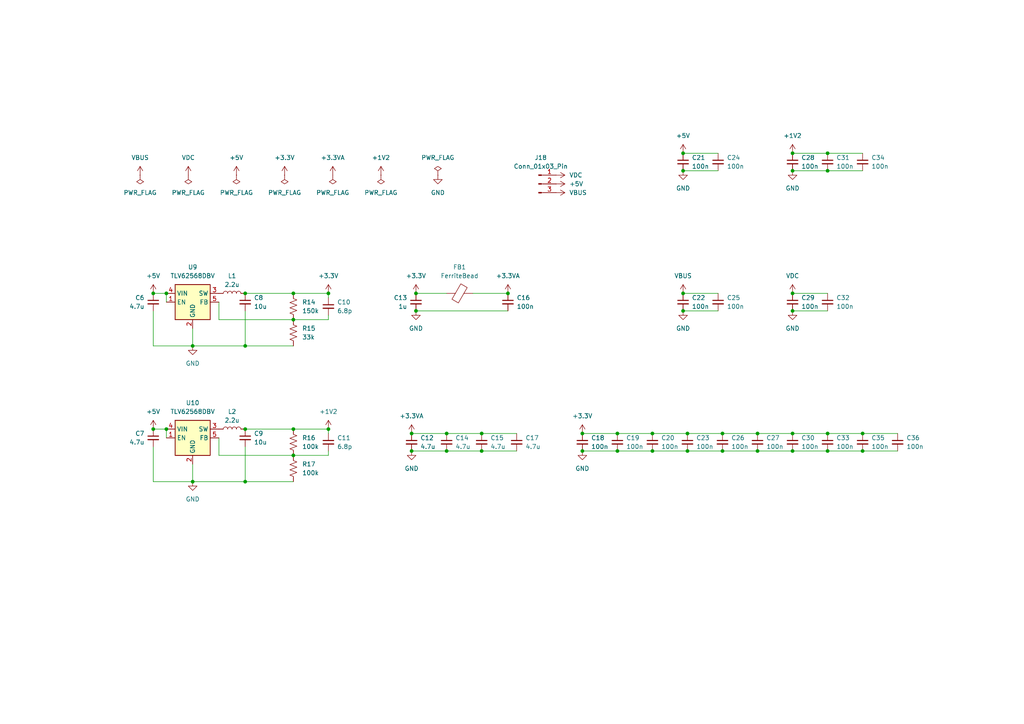
<source format=kicad_sch>
(kicad_sch
	(version 20250114)
	(generator "eeschema")
	(generator_version "9.0")
	(uuid "f2dc504d-a51a-4723-8bdb-d261af1833cc")
	(paper "A4")
	(lib_symbols
		(symbol "Connector:Conn_01x03_Pin"
			(pin_names
				(offset 1.016)
				(hide yes)
			)
			(exclude_from_sim no)
			(in_bom yes)
			(on_board yes)
			(property "Reference" "J"
				(at 0 5.08 0)
				(effects
					(font
						(size 1.27 1.27)
					)
				)
			)
			(property "Value" "Conn_01x03_Pin"
				(at 0 -5.08 0)
				(effects
					(font
						(size 1.27 1.27)
					)
				)
			)
			(property "Footprint" ""
				(at 0 0 0)
				(effects
					(font
						(size 1.27 1.27)
					)
					(hide yes)
				)
			)
			(property "Datasheet" "~"
				(at 0 0 0)
				(effects
					(font
						(size 1.27 1.27)
					)
					(hide yes)
				)
			)
			(property "Description" "Generic connector, single row, 01x03, script generated"
				(at 0 0 0)
				(effects
					(font
						(size 1.27 1.27)
					)
					(hide yes)
				)
			)
			(property "ki_locked" ""
				(at 0 0 0)
				(effects
					(font
						(size 1.27 1.27)
					)
				)
			)
			(property "ki_keywords" "connector"
				(at 0 0 0)
				(effects
					(font
						(size 1.27 1.27)
					)
					(hide yes)
				)
			)
			(property "ki_fp_filters" "Connector*:*_1x??_*"
				(at 0 0 0)
				(effects
					(font
						(size 1.27 1.27)
					)
					(hide yes)
				)
			)
			(symbol "Conn_01x03_Pin_1_1"
				(rectangle
					(start 0.8636 2.667)
					(end 0 2.413)
					(stroke
						(width 0.1524)
						(type default)
					)
					(fill
						(type outline)
					)
				)
				(rectangle
					(start 0.8636 0.127)
					(end 0 -0.127)
					(stroke
						(width 0.1524)
						(type default)
					)
					(fill
						(type outline)
					)
				)
				(rectangle
					(start 0.8636 -2.413)
					(end 0 -2.667)
					(stroke
						(width 0.1524)
						(type default)
					)
					(fill
						(type outline)
					)
				)
				(polyline
					(pts
						(xy 1.27 2.54) (xy 0.8636 2.54)
					)
					(stroke
						(width 0.1524)
						(type default)
					)
					(fill
						(type none)
					)
				)
				(polyline
					(pts
						(xy 1.27 0) (xy 0.8636 0)
					)
					(stroke
						(width 0.1524)
						(type default)
					)
					(fill
						(type none)
					)
				)
				(polyline
					(pts
						(xy 1.27 -2.54) (xy 0.8636 -2.54)
					)
					(stroke
						(width 0.1524)
						(type default)
					)
					(fill
						(type none)
					)
				)
				(pin passive line
					(at 5.08 2.54 180)
					(length 3.81)
					(name "Pin_1"
						(effects
							(font
								(size 1.27 1.27)
							)
						)
					)
					(number "1"
						(effects
							(font
								(size 1.27 1.27)
							)
						)
					)
				)
				(pin passive line
					(at 5.08 0 180)
					(length 3.81)
					(name "Pin_2"
						(effects
							(font
								(size 1.27 1.27)
							)
						)
					)
					(number "2"
						(effects
							(font
								(size 1.27 1.27)
							)
						)
					)
				)
				(pin passive line
					(at 5.08 -2.54 180)
					(length 3.81)
					(name "Pin_3"
						(effects
							(font
								(size 1.27 1.27)
							)
						)
					)
					(number "3"
						(effects
							(font
								(size 1.27 1.27)
							)
						)
					)
				)
			)
			(embedded_fonts no)
		)
		(symbol "Device:C_Small"
			(pin_numbers
				(hide yes)
			)
			(pin_names
				(offset 0.254)
				(hide yes)
			)
			(exclude_from_sim no)
			(in_bom yes)
			(on_board yes)
			(property "Reference" "C"
				(at 0.254 1.778 0)
				(effects
					(font
						(size 1.27 1.27)
					)
					(justify left)
				)
			)
			(property "Value" "C_Small"
				(at 0.254 -2.032 0)
				(effects
					(font
						(size 1.27 1.27)
					)
					(justify left)
				)
			)
			(property "Footprint" ""
				(at 0 0 0)
				(effects
					(font
						(size 1.27 1.27)
					)
					(hide yes)
				)
			)
			(property "Datasheet" "~"
				(at 0 0 0)
				(effects
					(font
						(size 1.27 1.27)
					)
					(hide yes)
				)
			)
			(property "Description" "Unpolarized capacitor, small symbol"
				(at 0 0 0)
				(effects
					(font
						(size 1.27 1.27)
					)
					(hide yes)
				)
			)
			(property "ki_keywords" "capacitor cap"
				(at 0 0 0)
				(effects
					(font
						(size 1.27 1.27)
					)
					(hide yes)
				)
			)
			(property "ki_fp_filters" "C_*"
				(at 0 0 0)
				(effects
					(font
						(size 1.27 1.27)
					)
					(hide yes)
				)
			)
			(symbol "C_Small_0_1"
				(polyline
					(pts
						(xy -1.524 0.508) (xy 1.524 0.508)
					)
					(stroke
						(width 0.3048)
						(type default)
					)
					(fill
						(type none)
					)
				)
				(polyline
					(pts
						(xy -1.524 -0.508) (xy 1.524 -0.508)
					)
					(stroke
						(width 0.3302)
						(type default)
					)
					(fill
						(type none)
					)
				)
			)
			(symbol "C_Small_1_1"
				(pin passive line
					(at 0 2.54 270)
					(length 2.032)
					(name "~"
						(effects
							(font
								(size 1.27 1.27)
							)
						)
					)
					(number "1"
						(effects
							(font
								(size 1.27 1.27)
							)
						)
					)
				)
				(pin passive line
					(at 0 -2.54 90)
					(length 2.032)
					(name "~"
						(effects
							(font
								(size 1.27 1.27)
							)
						)
					)
					(number "2"
						(effects
							(font
								(size 1.27 1.27)
							)
						)
					)
				)
			)
			(embedded_fonts no)
		)
		(symbol "Device:FerriteBead"
			(pin_numbers
				(hide yes)
			)
			(pin_names
				(offset 0)
			)
			(exclude_from_sim no)
			(in_bom yes)
			(on_board yes)
			(property "Reference" "FB"
				(at -3.81 0.635 90)
				(effects
					(font
						(size 1.27 1.27)
					)
				)
			)
			(property "Value" "FerriteBead"
				(at 3.81 0 90)
				(effects
					(font
						(size 1.27 1.27)
					)
				)
			)
			(property "Footprint" ""
				(at -1.778 0 90)
				(effects
					(font
						(size 1.27 1.27)
					)
					(hide yes)
				)
			)
			(property "Datasheet" "~"
				(at 0 0 0)
				(effects
					(font
						(size 1.27 1.27)
					)
					(hide yes)
				)
			)
			(property "Description" "Ferrite bead"
				(at 0 0 0)
				(effects
					(font
						(size 1.27 1.27)
					)
					(hide yes)
				)
			)
			(property "ki_keywords" "L ferrite bead inductor filter"
				(at 0 0 0)
				(effects
					(font
						(size 1.27 1.27)
					)
					(hide yes)
				)
			)
			(property "ki_fp_filters" "Inductor_* L_* *Ferrite*"
				(at 0 0 0)
				(effects
					(font
						(size 1.27 1.27)
					)
					(hide yes)
				)
			)
			(symbol "FerriteBead_0_1"
				(polyline
					(pts
						(xy -2.7686 0.4064) (xy -1.7018 2.2606) (xy 2.7686 -0.3048) (xy 1.6764 -2.159) (xy -2.7686 0.4064)
					)
					(stroke
						(width 0)
						(type default)
					)
					(fill
						(type none)
					)
				)
				(polyline
					(pts
						(xy 0 1.27) (xy 0 1.2954)
					)
					(stroke
						(width 0)
						(type default)
					)
					(fill
						(type none)
					)
				)
				(polyline
					(pts
						(xy 0 -1.27) (xy 0 -1.2192)
					)
					(stroke
						(width 0)
						(type default)
					)
					(fill
						(type none)
					)
				)
			)
			(symbol "FerriteBead_1_1"
				(pin passive line
					(at 0 3.81 270)
					(length 2.54)
					(name "~"
						(effects
							(font
								(size 1.27 1.27)
							)
						)
					)
					(number "1"
						(effects
							(font
								(size 1.27 1.27)
							)
						)
					)
				)
				(pin passive line
					(at 0 -3.81 90)
					(length 2.54)
					(name "~"
						(effects
							(font
								(size 1.27 1.27)
							)
						)
					)
					(number "2"
						(effects
							(font
								(size 1.27 1.27)
							)
						)
					)
				)
			)
			(embedded_fonts no)
		)
		(symbol "Device:L"
			(pin_numbers
				(hide yes)
			)
			(pin_names
				(offset 1.016)
				(hide yes)
			)
			(exclude_from_sim no)
			(in_bom yes)
			(on_board yes)
			(property "Reference" "L"
				(at -1.27 0 90)
				(effects
					(font
						(size 1.27 1.27)
					)
				)
			)
			(property "Value" "L"
				(at 1.905 0 90)
				(effects
					(font
						(size 1.27 1.27)
					)
				)
			)
			(property "Footprint" ""
				(at 0 0 0)
				(effects
					(font
						(size 1.27 1.27)
					)
					(hide yes)
				)
			)
			(property "Datasheet" "~"
				(at 0 0 0)
				(effects
					(font
						(size 1.27 1.27)
					)
					(hide yes)
				)
			)
			(property "Description" "Inductor"
				(at 0 0 0)
				(effects
					(font
						(size 1.27 1.27)
					)
					(hide yes)
				)
			)
			(property "ki_keywords" "inductor choke coil reactor magnetic"
				(at 0 0 0)
				(effects
					(font
						(size 1.27 1.27)
					)
					(hide yes)
				)
			)
			(property "ki_fp_filters" "Choke_* *Coil* Inductor_* L_*"
				(at 0 0 0)
				(effects
					(font
						(size 1.27 1.27)
					)
					(hide yes)
				)
			)
			(symbol "L_0_1"
				(arc
					(start 0 2.54)
					(mid 0.6323 1.905)
					(end 0 1.27)
					(stroke
						(width 0)
						(type default)
					)
					(fill
						(type none)
					)
				)
				(arc
					(start 0 1.27)
					(mid 0.6323 0.635)
					(end 0 0)
					(stroke
						(width 0)
						(type default)
					)
					(fill
						(type none)
					)
				)
				(arc
					(start 0 0)
					(mid 0.6323 -0.635)
					(end 0 -1.27)
					(stroke
						(width 0)
						(type default)
					)
					(fill
						(type none)
					)
				)
				(arc
					(start 0 -1.27)
					(mid 0.6323 -1.905)
					(end 0 -2.54)
					(stroke
						(width 0)
						(type default)
					)
					(fill
						(type none)
					)
				)
			)
			(symbol "L_1_1"
				(pin passive line
					(at 0 3.81 270)
					(length 1.27)
					(name "1"
						(effects
							(font
								(size 1.27 1.27)
							)
						)
					)
					(number "1"
						(effects
							(font
								(size 1.27 1.27)
							)
						)
					)
				)
				(pin passive line
					(at 0 -3.81 90)
					(length 1.27)
					(name "2"
						(effects
							(font
								(size 1.27 1.27)
							)
						)
					)
					(number "2"
						(effects
							(font
								(size 1.27 1.27)
							)
						)
					)
				)
			)
			(embedded_fonts no)
		)
		(symbol "Device:R_US"
			(pin_numbers
				(hide yes)
			)
			(pin_names
				(offset 0)
			)
			(exclude_from_sim no)
			(in_bom yes)
			(on_board yes)
			(property "Reference" "R"
				(at 2.54 0 90)
				(effects
					(font
						(size 1.27 1.27)
					)
				)
			)
			(property "Value" "R_US"
				(at -2.54 0 90)
				(effects
					(font
						(size 1.27 1.27)
					)
				)
			)
			(property "Footprint" ""
				(at 1.016 -0.254 90)
				(effects
					(font
						(size 1.27 1.27)
					)
					(hide yes)
				)
			)
			(property "Datasheet" "~"
				(at 0 0 0)
				(effects
					(font
						(size 1.27 1.27)
					)
					(hide yes)
				)
			)
			(property "Description" "Resistor, US symbol"
				(at 0 0 0)
				(effects
					(font
						(size 1.27 1.27)
					)
					(hide yes)
				)
			)
			(property "ki_keywords" "R res resistor"
				(at 0 0 0)
				(effects
					(font
						(size 1.27 1.27)
					)
					(hide yes)
				)
			)
			(property "ki_fp_filters" "R_*"
				(at 0 0 0)
				(effects
					(font
						(size 1.27 1.27)
					)
					(hide yes)
				)
			)
			(symbol "R_US_0_1"
				(polyline
					(pts
						(xy 0 2.286) (xy 0 2.54)
					)
					(stroke
						(width 0)
						(type default)
					)
					(fill
						(type none)
					)
				)
				(polyline
					(pts
						(xy 0 2.286) (xy 1.016 1.905) (xy 0 1.524) (xy -1.016 1.143) (xy 0 0.762)
					)
					(stroke
						(width 0)
						(type default)
					)
					(fill
						(type none)
					)
				)
				(polyline
					(pts
						(xy 0 0.762) (xy 1.016 0.381) (xy 0 0) (xy -1.016 -0.381) (xy 0 -0.762)
					)
					(stroke
						(width 0)
						(type default)
					)
					(fill
						(type none)
					)
				)
				(polyline
					(pts
						(xy 0 -0.762) (xy 1.016 -1.143) (xy 0 -1.524) (xy -1.016 -1.905) (xy 0 -2.286)
					)
					(stroke
						(width 0)
						(type default)
					)
					(fill
						(type none)
					)
				)
				(polyline
					(pts
						(xy 0 -2.286) (xy 0 -2.54)
					)
					(stroke
						(width 0)
						(type default)
					)
					(fill
						(type none)
					)
				)
			)
			(symbol "R_US_1_1"
				(pin passive line
					(at 0 3.81 270)
					(length 1.27)
					(name "~"
						(effects
							(font
								(size 1.27 1.27)
							)
						)
					)
					(number "1"
						(effects
							(font
								(size 1.27 1.27)
							)
						)
					)
				)
				(pin passive line
					(at 0 -3.81 90)
					(length 1.27)
					(name "~"
						(effects
							(font
								(size 1.27 1.27)
							)
						)
					)
					(number "2"
						(effects
							(font
								(size 1.27 1.27)
							)
						)
					)
				)
			)
			(embedded_fonts no)
		)
		(symbol "Regulator_Switching:TLV62568DBV"
			(exclude_from_sim no)
			(in_bom yes)
			(on_board yes)
			(property "Reference" "U"
				(at -5.08 6.35 0)
				(effects
					(font
						(size 1.27 1.27)
					)
					(justify left)
				)
			)
			(property "Value" "TLV62568DBV"
				(at 0 6.35 0)
				(effects
					(font
						(size 1.27 1.27)
					)
					(justify left)
				)
			)
			(property "Footprint" "Package_TO_SOT_SMD:SOT-23-5"
				(at 1.27 -6.35 0)
				(effects
					(font
						(size 1.27 1.27)
						(italic yes)
					)
					(justify left)
					(hide yes)
				)
			)
			(property "Datasheet" "http://www.ti.com/lit/ds/symlink/tlv62568.pdf"
				(at -6.35 11.43 0)
				(effects
					(font
						(size 1.27 1.27)
					)
					(hide yes)
				)
			)
			(property "Description" "High Efficiency Synchronous Buck Converter, Adjustable Output 0.6V-5.5V, 1A, SOT-23-5"
				(at 0 0 0)
				(effects
					(font
						(size 1.27 1.27)
					)
					(hide yes)
				)
			)
			(property "ki_keywords" "Step-Down Buck DC-DC Regulator Adjustable"
				(at 0 0 0)
				(effects
					(font
						(size 1.27 1.27)
					)
					(hide yes)
				)
			)
			(property "ki_fp_filters" "SOT?23*"
				(at 0 0 0)
				(effects
					(font
						(size 1.27 1.27)
					)
					(hide yes)
				)
			)
			(symbol "TLV62568DBV_0_1"
				(rectangle
					(start -5.08 5.08)
					(end 5.08 -5.08)
					(stroke
						(width 0.254)
						(type default)
					)
					(fill
						(type background)
					)
				)
			)
			(symbol "TLV62568DBV_1_1"
				(pin power_in line
					(at -7.62 2.54 0)
					(length 2.54)
					(name "VIN"
						(effects
							(font
								(size 1.27 1.27)
							)
						)
					)
					(number "4"
						(effects
							(font
								(size 1.27 1.27)
							)
						)
					)
				)
				(pin input line
					(at -7.62 0 0)
					(length 2.54)
					(name "EN"
						(effects
							(font
								(size 1.27 1.27)
							)
						)
					)
					(number "1"
						(effects
							(font
								(size 1.27 1.27)
							)
						)
					)
				)
				(pin power_in line
					(at 0 -7.62 90)
					(length 2.54)
					(name "GND"
						(effects
							(font
								(size 1.27 1.27)
							)
						)
					)
					(number "2"
						(effects
							(font
								(size 1.27 1.27)
							)
						)
					)
				)
				(pin power_out line
					(at 7.62 2.54 180)
					(length 2.54)
					(name "SW"
						(effects
							(font
								(size 1.27 1.27)
							)
						)
					)
					(number "3"
						(effects
							(font
								(size 1.27 1.27)
							)
						)
					)
				)
				(pin input line
					(at 7.62 0 180)
					(length 2.54)
					(name "FB"
						(effects
							(font
								(size 1.27 1.27)
							)
						)
					)
					(number "5"
						(effects
							(font
								(size 1.27 1.27)
							)
						)
					)
				)
			)
			(embedded_fonts no)
		)
		(symbol "power:+1V2"
			(power)
			(pin_numbers
				(hide yes)
			)
			(pin_names
				(offset 0)
				(hide yes)
			)
			(exclude_from_sim no)
			(in_bom yes)
			(on_board yes)
			(property "Reference" "#PWR"
				(at 0 -3.81 0)
				(effects
					(font
						(size 1.27 1.27)
					)
					(hide yes)
				)
			)
			(property "Value" "+1V2"
				(at 0 3.556 0)
				(effects
					(font
						(size 1.27 1.27)
					)
				)
			)
			(property "Footprint" ""
				(at 0 0 0)
				(effects
					(font
						(size 1.27 1.27)
					)
					(hide yes)
				)
			)
			(property "Datasheet" ""
				(at 0 0 0)
				(effects
					(font
						(size 1.27 1.27)
					)
					(hide yes)
				)
			)
			(property "Description" "Power symbol creates a global label with name \"+1V2\""
				(at 0 0 0)
				(effects
					(font
						(size 1.27 1.27)
					)
					(hide yes)
				)
			)
			(property "ki_keywords" "global power"
				(at 0 0 0)
				(effects
					(font
						(size 1.27 1.27)
					)
					(hide yes)
				)
			)
			(symbol "+1V2_0_1"
				(polyline
					(pts
						(xy -0.762 1.27) (xy 0 2.54)
					)
					(stroke
						(width 0)
						(type default)
					)
					(fill
						(type none)
					)
				)
				(polyline
					(pts
						(xy 0 2.54) (xy 0.762 1.27)
					)
					(stroke
						(width 0)
						(type default)
					)
					(fill
						(type none)
					)
				)
				(polyline
					(pts
						(xy 0 0) (xy 0 2.54)
					)
					(stroke
						(width 0)
						(type default)
					)
					(fill
						(type none)
					)
				)
			)
			(symbol "+1V2_1_1"
				(pin power_in line
					(at 0 0 90)
					(length 0)
					(name "~"
						(effects
							(font
								(size 1.27 1.27)
							)
						)
					)
					(number "1"
						(effects
							(font
								(size 1.27 1.27)
							)
						)
					)
				)
			)
			(embedded_fonts no)
		)
		(symbol "power:+3.3V"
			(power)
			(pin_numbers
				(hide yes)
			)
			(pin_names
				(offset 0)
				(hide yes)
			)
			(exclude_from_sim no)
			(in_bom yes)
			(on_board yes)
			(property "Reference" "#PWR"
				(at 0 -3.81 0)
				(effects
					(font
						(size 1.27 1.27)
					)
					(hide yes)
				)
			)
			(property "Value" "+3.3V"
				(at 0 3.556 0)
				(effects
					(font
						(size 1.27 1.27)
					)
				)
			)
			(property "Footprint" ""
				(at 0 0 0)
				(effects
					(font
						(size 1.27 1.27)
					)
					(hide yes)
				)
			)
			(property "Datasheet" ""
				(at 0 0 0)
				(effects
					(font
						(size 1.27 1.27)
					)
					(hide yes)
				)
			)
			(property "Description" "Power symbol creates a global label with name \"+3.3V\""
				(at 0 0 0)
				(effects
					(font
						(size 1.27 1.27)
					)
					(hide yes)
				)
			)
			(property "ki_keywords" "global power"
				(at 0 0 0)
				(effects
					(font
						(size 1.27 1.27)
					)
					(hide yes)
				)
			)
			(symbol "+3.3V_0_1"
				(polyline
					(pts
						(xy -0.762 1.27) (xy 0 2.54)
					)
					(stroke
						(width 0)
						(type default)
					)
					(fill
						(type none)
					)
				)
				(polyline
					(pts
						(xy 0 2.54) (xy 0.762 1.27)
					)
					(stroke
						(width 0)
						(type default)
					)
					(fill
						(type none)
					)
				)
				(polyline
					(pts
						(xy 0 0) (xy 0 2.54)
					)
					(stroke
						(width 0)
						(type default)
					)
					(fill
						(type none)
					)
				)
			)
			(symbol "+3.3V_1_1"
				(pin power_in line
					(at 0 0 90)
					(length 0)
					(name "~"
						(effects
							(font
								(size 1.27 1.27)
							)
						)
					)
					(number "1"
						(effects
							(font
								(size 1.27 1.27)
							)
						)
					)
				)
			)
			(embedded_fonts no)
		)
		(symbol "power:+3.3VA"
			(power)
			(pin_numbers
				(hide yes)
			)
			(pin_names
				(offset 0)
				(hide yes)
			)
			(exclude_from_sim no)
			(in_bom yes)
			(on_board yes)
			(property "Reference" "#PWR"
				(at 0 -3.81 0)
				(effects
					(font
						(size 1.27 1.27)
					)
					(hide yes)
				)
			)
			(property "Value" "+3.3VA"
				(at 0 3.556 0)
				(effects
					(font
						(size 1.27 1.27)
					)
				)
			)
			(property "Footprint" ""
				(at 0 0 0)
				(effects
					(font
						(size 1.27 1.27)
					)
					(hide yes)
				)
			)
			(property "Datasheet" ""
				(at 0 0 0)
				(effects
					(font
						(size 1.27 1.27)
					)
					(hide yes)
				)
			)
			(property "Description" "Power symbol creates a global label with name \"+3.3VA\""
				(at 0 0 0)
				(effects
					(font
						(size 1.27 1.27)
					)
					(hide yes)
				)
			)
			(property "ki_keywords" "global power"
				(at 0 0 0)
				(effects
					(font
						(size 1.27 1.27)
					)
					(hide yes)
				)
			)
			(symbol "+3.3VA_0_1"
				(polyline
					(pts
						(xy -0.762 1.27) (xy 0 2.54)
					)
					(stroke
						(width 0)
						(type default)
					)
					(fill
						(type none)
					)
				)
				(polyline
					(pts
						(xy 0 2.54) (xy 0.762 1.27)
					)
					(stroke
						(width 0)
						(type default)
					)
					(fill
						(type none)
					)
				)
				(polyline
					(pts
						(xy 0 0) (xy 0 2.54)
					)
					(stroke
						(width 0)
						(type default)
					)
					(fill
						(type none)
					)
				)
			)
			(symbol "+3.3VA_1_1"
				(pin power_in line
					(at 0 0 90)
					(length 0)
					(name "~"
						(effects
							(font
								(size 1.27 1.27)
							)
						)
					)
					(number "1"
						(effects
							(font
								(size 1.27 1.27)
							)
						)
					)
				)
			)
			(embedded_fonts no)
		)
		(symbol "power:+5V"
			(power)
			(pin_numbers
				(hide yes)
			)
			(pin_names
				(offset 0)
				(hide yes)
			)
			(exclude_from_sim no)
			(in_bom yes)
			(on_board yes)
			(property "Reference" "#PWR"
				(at 0 -3.81 0)
				(effects
					(font
						(size 1.27 1.27)
					)
					(hide yes)
				)
			)
			(property "Value" "+5V"
				(at 0 3.556 0)
				(effects
					(font
						(size 1.27 1.27)
					)
				)
			)
			(property "Footprint" ""
				(at 0 0 0)
				(effects
					(font
						(size 1.27 1.27)
					)
					(hide yes)
				)
			)
			(property "Datasheet" ""
				(at 0 0 0)
				(effects
					(font
						(size 1.27 1.27)
					)
					(hide yes)
				)
			)
			(property "Description" "Power symbol creates a global label with name \"+5V\""
				(at 0 0 0)
				(effects
					(font
						(size 1.27 1.27)
					)
					(hide yes)
				)
			)
			(property "ki_keywords" "global power"
				(at 0 0 0)
				(effects
					(font
						(size 1.27 1.27)
					)
					(hide yes)
				)
			)
			(symbol "+5V_0_1"
				(polyline
					(pts
						(xy -0.762 1.27) (xy 0 2.54)
					)
					(stroke
						(width 0)
						(type default)
					)
					(fill
						(type none)
					)
				)
				(polyline
					(pts
						(xy 0 2.54) (xy 0.762 1.27)
					)
					(stroke
						(width 0)
						(type default)
					)
					(fill
						(type none)
					)
				)
				(polyline
					(pts
						(xy 0 0) (xy 0 2.54)
					)
					(stroke
						(width 0)
						(type default)
					)
					(fill
						(type none)
					)
				)
			)
			(symbol "+5V_1_1"
				(pin power_in line
					(at 0 0 90)
					(length 0)
					(name "~"
						(effects
							(font
								(size 1.27 1.27)
							)
						)
					)
					(number "1"
						(effects
							(font
								(size 1.27 1.27)
							)
						)
					)
				)
			)
			(embedded_fonts no)
		)
		(symbol "power:GND"
			(power)
			(pin_numbers
				(hide yes)
			)
			(pin_names
				(offset 0)
				(hide yes)
			)
			(exclude_from_sim no)
			(in_bom yes)
			(on_board yes)
			(property "Reference" "#PWR"
				(at 0 -6.35 0)
				(effects
					(font
						(size 1.27 1.27)
					)
					(hide yes)
				)
			)
			(property "Value" "GND"
				(at 0 -3.81 0)
				(effects
					(font
						(size 1.27 1.27)
					)
				)
			)
			(property "Footprint" ""
				(at 0 0 0)
				(effects
					(font
						(size 1.27 1.27)
					)
					(hide yes)
				)
			)
			(property "Datasheet" ""
				(at 0 0 0)
				(effects
					(font
						(size 1.27 1.27)
					)
					(hide yes)
				)
			)
			(property "Description" "Power symbol creates a global label with name \"GND\" , ground"
				(at 0 0 0)
				(effects
					(font
						(size 1.27 1.27)
					)
					(hide yes)
				)
			)
			(property "ki_keywords" "global power"
				(at 0 0 0)
				(effects
					(font
						(size 1.27 1.27)
					)
					(hide yes)
				)
			)
			(symbol "GND_0_1"
				(polyline
					(pts
						(xy 0 0) (xy 0 -1.27) (xy 1.27 -1.27) (xy 0 -2.54) (xy -1.27 -1.27) (xy 0 -1.27)
					)
					(stroke
						(width 0)
						(type default)
					)
					(fill
						(type none)
					)
				)
			)
			(symbol "GND_1_1"
				(pin power_in line
					(at 0 0 270)
					(length 0)
					(name "~"
						(effects
							(font
								(size 1.27 1.27)
							)
						)
					)
					(number "1"
						(effects
							(font
								(size 1.27 1.27)
							)
						)
					)
				)
			)
			(embedded_fonts no)
		)
		(symbol "power:PWR_FLAG"
			(power)
			(pin_numbers
				(hide yes)
			)
			(pin_names
				(offset 0)
				(hide yes)
			)
			(exclude_from_sim no)
			(in_bom yes)
			(on_board yes)
			(property "Reference" "#FLG"
				(at 0 1.905 0)
				(effects
					(font
						(size 1.27 1.27)
					)
					(hide yes)
				)
			)
			(property "Value" "PWR_FLAG"
				(at 0 3.81 0)
				(effects
					(font
						(size 1.27 1.27)
					)
				)
			)
			(property "Footprint" ""
				(at 0 0 0)
				(effects
					(font
						(size 1.27 1.27)
					)
					(hide yes)
				)
			)
			(property "Datasheet" "~"
				(at 0 0 0)
				(effects
					(font
						(size 1.27 1.27)
					)
					(hide yes)
				)
			)
			(property "Description" "Special symbol for telling ERC where power comes from"
				(at 0 0 0)
				(effects
					(font
						(size 1.27 1.27)
					)
					(hide yes)
				)
			)
			(property "ki_keywords" "flag power"
				(at 0 0 0)
				(effects
					(font
						(size 1.27 1.27)
					)
					(hide yes)
				)
			)
			(symbol "PWR_FLAG_0_0"
				(pin power_out line
					(at 0 0 90)
					(length 0)
					(name "~"
						(effects
							(font
								(size 1.27 1.27)
							)
						)
					)
					(number "1"
						(effects
							(font
								(size 1.27 1.27)
							)
						)
					)
				)
			)
			(symbol "PWR_FLAG_0_1"
				(polyline
					(pts
						(xy 0 0) (xy 0 1.27) (xy -1.016 1.905) (xy 0 2.54) (xy 1.016 1.905) (xy 0 1.27)
					)
					(stroke
						(width 0)
						(type default)
					)
					(fill
						(type none)
					)
				)
			)
			(embedded_fonts no)
		)
		(symbol "power:VBUS"
			(power)
			(pin_numbers
				(hide yes)
			)
			(pin_names
				(offset 0)
				(hide yes)
			)
			(exclude_from_sim no)
			(in_bom yes)
			(on_board yes)
			(property "Reference" "#PWR"
				(at 0 -3.81 0)
				(effects
					(font
						(size 1.27 1.27)
					)
					(hide yes)
				)
			)
			(property "Value" "VBUS"
				(at 0 3.556 0)
				(effects
					(font
						(size 1.27 1.27)
					)
				)
			)
			(property "Footprint" ""
				(at 0 0 0)
				(effects
					(font
						(size 1.27 1.27)
					)
					(hide yes)
				)
			)
			(property "Datasheet" ""
				(at 0 0 0)
				(effects
					(font
						(size 1.27 1.27)
					)
					(hide yes)
				)
			)
			(property "Description" "Power symbol creates a global label with name \"VBUS\""
				(at 0 0 0)
				(effects
					(font
						(size 1.27 1.27)
					)
					(hide yes)
				)
			)
			(property "ki_keywords" "global power"
				(at 0 0 0)
				(effects
					(font
						(size 1.27 1.27)
					)
					(hide yes)
				)
			)
			(symbol "VBUS_0_1"
				(polyline
					(pts
						(xy -0.762 1.27) (xy 0 2.54)
					)
					(stroke
						(width 0)
						(type default)
					)
					(fill
						(type none)
					)
				)
				(polyline
					(pts
						(xy 0 2.54) (xy 0.762 1.27)
					)
					(stroke
						(width 0)
						(type default)
					)
					(fill
						(type none)
					)
				)
				(polyline
					(pts
						(xy 0 0) (xy 0 2.54)
					)
					(stroke
						(width 0)
						(type default)
					)
					(fill
						(type none)
					)
				)
			)
			(symbol "VBUS_1_1"
				(pin power_in line
					(at 0 0 90)
					(length 0)
					(name "~"
						(effects
							(font
								(size 1.27 1.27)
							)
						)
					)
					(number "1"
						(effects
							(font
								(size 1.27 1.27)
							)
						)
					)
				)
			)
			(embedded_fonts no)
		)
		(symbol "power:VDC"
			(power)
			(pin_numbers
				(hide yes)
			)
			(pin_names
				(offset 0)
				(hide yes)
			)
			(exclude_from_sim no)
			(in_bom yes)
			(on_board yes)
			(property "Reference" "#PWR"
				(at 0 -3.81 0)
				(effects
					(font
						(size 1.27 1.27)
					)
					(hide yes)
				)
			)
			(property "Value" "VDC"
				(at 0 3.556 0)
				(effects
					(font
						(size 1.27 1.27)
					)
				)
			)
			(property "Footprint" ""
				(at 0 0 0)
				(effects
					(font
						(size 1.27 1.27)
					)
					(hide yes)
				)
			)
			(property "Datasheet" ""
				(at 0 0 0)
				(effects
					(font
						(size 1.27 1.27)
					)
					(hide yes)
				)
			)
			(property "Description" "Power symbol creates a global label with name \"VDC\""
				(at 0 0 0)
				(effects
					(font
						(size 1.27 1.27)
					)
					(hide yes)
				)
			)
			(property "ki_keywords" "global power"
				(at 0 0 0)
				(effects
					(font
						(size 1.27 1.27)
					)
					(hide yes)
				)
			)
			(symbol "VDC_0_1"
				(polyline
					(pts
						(xy -0.762 1.27) (xy 0 2.54)
					)
					(stroke
						(width 0)
						(type default)
					)
					(fill
						(type none)
					)
				)
				(polyline
					(pts
						(xy 0 2.54) (xy 0.762 1.27)
					)
					(stroke
						(width 0)
						(type default)
					)
					(fill
						(type none)
					)
				)
				(polyline
					(pts
						(xy 0 0) (xy 0 2.54)
					)
					(stroke
						(width 0)
						(type default)
					)
					(fill
						(type none)
					)
				)
			)
			(symbol "VDC_1_1"
				(pin power_in line
					(at 0 0 90)
					(length 0)
					(name "~"
						(effects
							(font
								(size 1.27 1.27)
							)
						)
					)
					(number "1"
						(effects
							(font
								(size 1.27 1.27)
							)
						)
					)
				)
			)
			(embedded_fonts no)
		)
	)
	(junction
		(at 85.09 124.46)
		(diameter 0)
		(color 0 0 0 0)
		(uuid "0425aeee-d1c7-4b14-b40a-6fa427101be3")
	)
	(junction
		(at 219.71 125.73)
		(diameter 0)
		(color 0 0 0 0)
		(uuid "05568e3f-aa74-4169-9dcd-d523108af360")
	)
	(junction
		(at 119.38 130.81)
		(diameter 0)
		(color 0 0 0 0)
		(uuid "0bea0afe-52fe-47f9-9e5d-25432de4af2f")
	)
	(junction
		(at 95.25 124.46)
		(diameter 0)
		(color 0 0 0 0)
		(uuid "125434b5-238b-4336-b00b-608651c9f397")
	)
	(junction
		(at 198.12 90.17)
		(diameter 0)
		(color 0 0 0 0)
		(uuid "13473854-6dad-470b-ad41-14e536ba54f1")
	)
	(junction
		(at 199.39 130.81)
		(diameter 0)
		(color 0 0 0 0)
		(uuid "164c40c8-845c-47e0-91e3-0b2d1eeae27e")
	)
	(junction
		(at 168.91 130.81)
		(diameter 0)
		(color 0 0 0 0)
		(uuid "18ad27af-41b5-4e1e-b6f5-96cf9aaf629f")
	)
	(junction
		(at 120.65 85.09)
		(diameter 0)
		(color 0 0 0 0)
		(uuid "1ca39e50-3d1d-4173-b888-a01926a9a61c")
	)
	(junction
		(at 189.23 125.73)
		(diameter 0)
		(color 0 0 0 0)
		(uuid "1fd337f7-d060-4843-bf10-d7ab325beff6")
	)
	(junction
		(at 209.55 125.73)
		(diameter 0)
		(color 0 0 0 0)
		(uuid "1ff332fc-7bb5-4733-b270-54cb6d3e8b01")
	)
	(junction
		(at 250.19 130.81)
		(diameter 0)
		(color 0 0 0 0)
		(uuid "242c82ed-4669-4681-a50c-fd234dc326f3")
	)
	(junction
		(at 198.12 44.45)
		(diameter 0)
		(color 0 0 0 0)
		(uuid "2539488f-5e6e-463c-91c1-a82e61dbb41d")
	)
	(junction
		(at 120.65 90.17)
		(diameter 0)
		(color 0 0 0 0)
		(uuid "36374925-0c96-467b-a3f5-7fa1bad0251c")
	)
	(junction
		(at 168.91 125.73)
		(diameter 0)
		(color 0 0 0 0)
		(uuid "3d6f0572-2342-47f9-b51d-afaf379b2a3d")
	)
	(junction
		(at 55.88 139.7)
		(diameter 0)
		(color 0 0 0 0)
		(uuid "4ad89e5a-0abe-46a5-b1ad-4e4fbc4b9c9c")
	)
	(junction
		(at 85.09 92.71)
		(diameter 0)
		(color 0 0 0 0)
		(uuid "4f238751-e32d-411b-a62f-5408fd57eedc")
	)
	(junction
		(at 129.54 125.73)
		(diameter 0)
		(color 0 0 0 0)
		(uuid "51675909-82c8-4104-95bc-3264ae28cb40")
	)
	(junction
		(at 240.03 125.73)
		(diameter 0)
		(color 0 0 0 0)
		(uuid "570b2862-1e74-4869-b8cd-2205876ed5ed")
	)
	(junction
		(at 139.7 130.81)
		(diameter 0)
		(color 0 0 0 0)
		(uuid "68bf6364-dcbe-439b-9d59-9699c10ca95c")
	)
	(junction
		(at 139.7 125.73)
		(diameter 0)
		(color 0 0 0 0)
		(uuid "6a19a53c-f541-4da2-8942-fa519be20a42")
	)
	(junction
		(at 179.07 130.81)
		(diameter 0)
		(color 0 0 0 0)
		(uuid "6e3be2c8-cebb-4d97-b28c-2db554d03d4c")
	)
	(junction
		(at 147.32 85.09)
		(diameter 0)
		(color 0 0 0 0)
		(uuid "726f6f2e-0df2-4e5e-90f7-d69b21404dd6")
	)
	(junction
		(at 48.26 124.46)
		(diameter 0)
		(color 0 0 0 0)
		(uuid "747e8675-77ad-47ea-a0fb-48e38ac8a270")
	)
	(junction
		(at 209.55 130.81)
		(diameter 0)
		(color 0 0 0 0)
		(uuid "74fd7447-2fda-4f78-965f-875156ee6e00")
	)
	(junction
		(at 229.87 49.53)
		(diameter 0)
		(color 0 0 0 0)
		(uuid "78c81e25-0ec7-44e4-95f5-3fa335191704")
	)
	(junction
		(at 240.03 44.45)
		(diameter 0)
		(color 0 0 0 0)
		(uuid "794468a6-d362-4e49-b03d-27b405920d59")
	)
	(junction
		(at 229.87 130.81)
		(diameter 0)
		(color 0 0 0 0)
		(uuid "7a1fb28d-b94a-4f77-88b9-0142edeb7f6e")
	)
	(junction
		(at 95.25 85.09)
		(diameter 0)
		(color 0 0 0 0)
		(uuid "7cfbd455-ff4f-4714-9a95-7b50d5d9e4d8")
	)
	(junction
		(at 85.09 85.09)
		(diameter 0)
		(color 0 0 0 0)
		(uuid "7fa8fddf-872e-4c9a-9253-081471798185")
	)
	(junction
		(at 219.71 130.81)
		(diameter 0)
		(color 0 0 0 0)
		(uuid "902131f9-9612-42b8-a5ea-08bd052997eb")
	)
	(junction
		(at 71.12 139.7)
		(diameter 0)
		(color 0 0 0 0)
		(uuid "9161adf5-e90f-4b4b-b805-0ccd1019e745")
	)
	(junction
		(at 55.88 100.33)
		(diameter 0)
		(color 0 0 0 0)
		(uuid "93584b1c-7021-42cd-9ba7-b6ecfc6aa978")
	)
	(junction
		(at 85.09 132.08)
		(diameter 0)
		(color 0 0 0 0)
		(uuid "96ac9332-942a-4f37-855c-c7eafa26eef5")
	)
	(junction
		(at 240.03 130.81)
		(diameter 0)
		(color 0 0 0 0)
		(uuid "98cddba4-15c3-40ab-bbbd-78007c9982ba")
	)
	(junction
		(at 71.12 124.46)
		(diameter 0)
		(color 0 0 0 0)
		(uuid "9c91a404-9520-4290-8be4-ac0b087224ac")
	)
	(junction
		(at 229.87 85.09)
		(diameter 0)
		(color 0 0 0 0)
		(uuid "9d77122f-7874-4ae8-9cd9-8522f0fa4e42")
	)
	(junction
		(at 71.12 100.33)
		(diameter 0)
		(color 0 0 0 0)
		(uuid "a27c840e-0d70-4c04-baf2-55a78db77daf")
	)
	(junction
		(at 44.45 124.46)
		(diameter 0)
		(color 0 0 0 0)
		(uuid "a5243345-1911-4121-b908-3645088ec02a")
	)
	(junction
		(at 198.12 49.53)
		(diameter 0)
		(color 0 0 0 0)
		(uuid "b2fc1d2e-8afa-4ecc-b464-c88c0cbac1d8")
	)
	(junction
		(at 240.03 49.53)
		(diameter 0)
		(color 0 0 0 0)
		(uuid "b63bac6a-93c0-4ee5-87c1-efb609a714a3")
	)
	(junction
		(at 229.87 125.73)
		(diameter 0)
		(color 0 0 0 0)
		(uuid "bf1ac401-0665-4878-84f9-eba1fa9621cf")
	)
	(junction
		(at 119.38 125.73)
		(diameter 0)
		(color 0 0 0 0)
		(uuid "c4a22ed1-7de7-4293-8cdf-438d4cdf3d94")
	)
	(junction
		(at 71.12 85.09)
		(diameter 0)
		(color 0 0 0 0)
		(uuid "cd3f51e2-d0f1-4afb-9138-b6f8a8468432")
	)
	(junction
		(at 199.39 125.73)
		(diameter 0)
		(color 0 0 0 0)
		(uuid "cd55b43f-e4d6-4c46-8ada-50bb37328827")
	)
	(junction
		(at 229.87 90.17)
		(diameter 0)
		(color 0 0 0 0)
		(uuid "cdb96516-dc72-4141-b21f-079eb4746f76")
	)
	(junction
		(at 229.87 44.45)
		(diameter 0)
		(color 0 0 0 0)
		(uuid "d2113950-44a1-4e27-b837-f7016c067bff")
	)
	(junction
		(at 129.54 130.81)
		(diameter 0)
		(color 0 0 0 0)
		(uuid "d28a4862-3280-4a41-ba39-0f9fbbfc2d0a")
	)
	(junction
		(at 179.07 125.73)
		(diameter 0)
		(color 0 0 0 0)
		(uuid "dc474b3c-04b8-44be-8148-d45ee13d6154")
	)
	(junction
		(at 198.12 85.09)
		(diameter 0)
		(color 0 0 0 0)
		(uuid "edf9d118-c362-4d7b-9b86-98d7c52e9ee1")
	)
	(junction
		(at 189.23 130.81)
		(diameter 0)
		(color 0 0 0 0)
		(uuid "efbccd6f-84fa-4121-89a8-923c284dd497")
	)
	(junction
		(at 48.26 85.09)
		(diameter 0)
		(color 0 0 0 0)
		(uuid "f244eafd-809e-446a-a6a4-0012d7ce0f20")
	)
	(junction
		(at 44.45 85.09)
		(diameter 0)
		(color 0 0 0 0)
		(uuid "f26bd472-feba-4992-8feb-712cb25e6c71")
	)
	(junction
		(at 250.19 125.73)
		(diameter 0)
		(color 0 0 0 0)
		(uuid "f369b5e4-62e0-448f-809f-bb55198834d8")
	)
	(wire
		(pts
			(xy 63.5 87.63) (xy 63.5 92.71)
		)
		(stroke
			(width 0)
			(type default)
		)
		(uuid "0372892f-eb3b-4195-8cad-b4779949aebf")
	)
	(wire
		(pts
			(xy 198.12 44.45) (xy 208.28 44.45)
		)
		(stroke
			(width 0)
			(type default)
		)
		(uuid "043c0032-3c1a-4f74-811d-f60fa751b4ce")
	)
	(wire
		(pts
			(xy 240.03 125.73) (xy 250.19 125.73)
		)
		(stroke
			(width 0)
			(type default)
		)
		(uuid "050dd073-371d-43a8-85e6-dc9914ce9c2b")
	)
	(wire
		(pts
			(xy 44.45 90.17) (xy 44.45 100.33)
		)
		(stroke
			(width 0)
			(type default)
		)
		(uuid "06634fb8-885f-4331-b4fc-ecb66fe9302e")
	)
	(wire
		(pts
			(xy 209.55 125.73) (xy 219.71 125.73)
		)
		(stroke
			(width 0)
			(type default)
		)
		(uuid "08b03560-1b84-434c-b45e-e5618d5027a5")
	)
	(wire
		(pts
			(xy 250.19 125.73) (xy 260.35 125.73)
		)
		(stroke
			(width 0)
			(type default)
		)
		(uuid "0c327e86-950e-42c8-b3a2-ce5223e957d7")
	)
	(wire
		(pts
			(xy 95.25 130.81) (xy 95.25 132.08)
		)
		(stroke
			(width 0)
			(type default)
		)
		(uuid "1c730d81-272b-42f7-97be-21499d87afdd")
	)
	(wire
		(pts
			(xy 71.12 85.09) (xy 85.09 85.09)
		)
		(stroke
			(width 0)
			(type default)
		)
		(uuid "1f195fab-2a52-4887-b8cd-54ba971c8118")
	)
	(wire
		(pts
			(xy 168.91 125.73) (xy 179.07 125.73)
		)
		(stroke
			(width 0)
			(type default)
		)
		(uuid "207dbc61-3d5f-4fbd-bc5f-bf25530e51a4")
	)
	(wire
		(pts
			(xy 71.12 129.54) (xy 71.12 139.7)
		)
		(stroke
			(width 0)
			(type default)
		)
		(uuid "221f1818-b74f-4d85-89ce-d5e83c770415")
	)
	(wire
		(pts
			(xy 63.5 92.71) (xy 85.09 92.71)
		)
		(stroke
			(width 0)
			(type default)
		)
		(uuid "2651148c-80bb-4ead-a42d-56e54ad55c56")
	)
	(wire
		(pts
			(xy 120.65 85.09) (xy 129.54 85.09)
		)
		(stroke
			(width 0)
			(type default)
		)
		(uuid "28dd2787-2dd1-449b-8e83-a6e3a1cb9e19")
	)
	(wire
		(pts
			(xy 240.03 49.53) (xy 250.19 49.53)
		)
		(stroke
			(width 0)
			(type default)
		)
		(uuid "2989a04f-bee0-4e0b-b2ec-411f549d7bd7")
	)
	(wire
		(pts
			(xy 250.19 130.81) (xy 260.35 130.81)
		)
		(stroke
			(width 0)
			(type default)
		)
		(uuid "2ccc1b39-4c33-4927-805b-9bf99761becc")
	)
	(wire
		(pts
			(xy 48.26 124.46) (xy 48.26 127)
		)
		(stroke
			(width 0)
			(type default)
		)
		(uuid "2f024f01-9501-41a6-aedf-556f05d6a04d")
	)
	(wire
		(pts
			(xy 55.88 139.7) (xy 55.88 134.62)
		)
		(stroke
			(width 0)
			(type default)
		)
		(uuid "321a92b8-9022-4b35-8970-d9502aa9602c")
	)
	(wire
		(pts
			(xy 219.71 130.81) (xy 229.87 130.81)
		)
		(stroke
			(width 0)
			(type default)
		)
		(uuid "35875147-c688-4614-b975-a03afb2e316a")
	)
	(wire
		(pts
			(xy 129.54 125.73) (xy 139.7 125.73)
		)
		(stroke
			(width 0)
			(type default)
		)
		(uuid "39647b34-f1c9-41dd-8b5b-a9f710fb1ffd")
	)
	(wire
		(pts
			(xy 199.39 125.73) (xy 209.55 125.73)
		)
		(stroke
			(width 0)
			(type default)
		)
		(uuid "3c1596eb-a2b5-44b3-a7e2-bef4a90dfca8")
	)
	(wire
		(pts
			(xy 229.87 125.73) (xy 240.03 125.73)
		)
		(stroke
			(width 0)
			(type default)
		)
		(uuid "3dd5180a-17b2-49d6-8de6-81b78fc6dc6d")
	)
	(wire
		(pts
			(xy 240.03 130.81) (xy 250.19 130.81)
		)
		(stroke
			(width 0)
			(type default)
		)
		(uuid "410209c7-38ed-4092-89c5-40c489f22cfa")
	)
	(wire
		(pts
			(xy 119.38 130.81) (xy 129.54 130.81)
		)
		(stroke
			(width 0)
			(type default)
		)
		(uuid "4347da8a-dac5-4b90-97f9-3b32634dc3a2")
	)
	(wire
		(pts
			(xy 44.45 129.54) (xy 44.45 139.7)
		)
		(stroke
			(width 0)
			(type default)
		)
		(uuid "43b3d851-7f08-4a75-a975-632808edc091")
	)
	(wire
		(pts
			(xy 179.07 125.73) (xy 189.23 125.73)
		)
		(stroke
			(width 0)
			(type default)
		)
		(uuid "44e79d44-f505-40a4-8723-4f70014f873c")
	)
	(wire
		(pts
			(xy 44.45 85.09) (xy 48.26 85.09)
		)
		(stroke
			(width 0)
			(type default)
		)
		(uuid "4d0d8f0f-89f2-492b-b731-81e237ec1eaa")
	)
	(wire
		(pts
			(xy 95.25 125.73) (xy 95.25 124.46)
		)
		(stroke
			(width 0)
			(type default)
		)
		(uuid "4d12377d-4da6-426d-9c0d-e95d32b07015")
	)
	(wire
		(pts
			(xy 137.16 85.09) (xy 147.32 85.09)
		)
		(stroke
			(width 0)
			(type default)
		)
		(uuid "53ceb2df-09ec-4ed8-a495-5a61e089e635")
	)
	(wire
		(pts
			(xy 209.55 130.81) (xy 219.71 130.81)
		)
		(stroke
			(width 0)
			(type default)
		)
		(uuid "54760990-08d6-496b-9422-ae43dcc343d5")
	)
	(wire
		(pts
			(xy 95.25 124.46) (xy 85.09 124.46)
		)
		(stroke
			(width 0)
			(type default)
		)
		(uuid "5eb7ff78-6086-4fc8-81f3-b357a92e5a77")
	)
	(wire
		(pts
			(xy 48.26 85.09) (xy 48.26 87.63)
		)
		(stroke
			(width 0)
			(type default)
		)
		(uuid "64d1b350-f78c-4c5f-b313-c8d2423e608a")
	)
	(wire
		(pts
			(xy 85.09 139.7) (xy 71.12 139.7)
		)
		(stroke
			(width 0)
			(type default)
		)
		(uuid "68e46100-e9a8-4a75-88fe-fede0bcb043f")
	)
	(wire
		(pts
			(xy 71.12 90.17) (xy 71.12 100.33)
		)
		(stroke
			(width 0)
			(type default)
		)
		(uuid "6c3e206e-52c3-49f2-b10a-59f982d53f1c")
	)
	(wire
		(pts
			(xy 168.91 130.81) (xy 179.07 130.81)
		)
		(stroke
			(width 0)
			(type default)
		)
		(uuid "6d2279e0-21f5-446d-9116-25ee4ebf8ad8")
	)
	(wire
		(pts
			(xy 179.07 130.81) (xy 189.23 130.81)
		)
		(stroke
			(width 0)
			(type default)
		)
		(uuid "6e0931d9-7ce6-4cff-8d98-03d8c3d71687")
	)
	(wire
		(pts
			(xy 120.65 90.17) (xy 147.32 90.17)
		)
		(stroke
			(width 0)
			(type default)
		)
		(uuid "70117040-f4ff-4352-933b-11ac8f49cd3d")
	)
	(wire
		(pts
			(xy 139.7 130.81) (xy 149.86 130.81)
		)
		(stroke
			(width 0)
			(type default)
		)
		(uuid "7bf977bd-26a9-4759-8f70-c5def99be30b")
	)
	(wire
		(pts
			(xy 119.38 125.73) (xy 129.54 125.73)
		)
		(stroke
			(width 0)
			(type default)
		)
		(uuid "7c63bf05-e535-42e8-8b69-e90661db8a3d")
	)
	(wire
		(pts
			(xy 71.12 124.46) (xy 85.09 124.46)
		)
		(stroke
			(width 0)
			(type default)
		)
		(uuid "7f0b4f56-93cf-4ba6-b820-433477f51662")
	)
	(wire
		(pts
			(xy 189.23 130.81) (xy 199.39 130.81)
		)
		(stroke
			(width 0)
			(type default)
		)
		(uuid "807bb28b-4f62-4a8d-a320-4e3fa1799d3d")
	)
	(wire
		(pts
			(xy 55.88 100.33) (xy 55.88 95.25)
		)
		(stroke
			(width 0)
			(type default)
		)
		(uuid "820073de-e020-49e8-9acf-b432da410ab9")
	)
	(wire
		(pts
			(xy 95.25 85.09) (xy 85.09 85.09)
		)
		(stroke
			(width 0)
			(type default)
		)
		(uuid "864bed2b-ca99-40f8-956f-9b74e8ad9a1d")
	)
	(wire
		(pts
			(xy 85.09 100.33) (xy 71.12 100.33)
		)
		(stroke
			(width 0)
			(type default)
		)
		(uuid "8896e134-ddac-4ef1-adcc-96bceb0641de")
	)
	(wire
		(pts
			(xy 129.54 130.81) (xy 139.7 130.81)
		)
		(stroke
			(width 0)
			(type default)
		)
		(uuid "8acdf487-83c4-4497-b763-3d7c323e265f")
	)
	(wire
		(pts
			(xy 44.45 100.33) (xy 55.88 100.33)
		)
		(stroke
			(width 0)
			(type default)
		)
		(uuid "8d9d3a2f-6440-40fc-92c0-87b6ea695cef")
	)
	(wire
		(pts
			(xy 95.25 92.71) (xy 85.09 92.71)
		)
		(stroke
			(width 0)
			(type default)
		)
		(uuid "8e62495d-65e6-46c3-9b1d-0793661bf930")
	)
	(wire
		(pts
			(xy 229.87 44.45) (xy 240.03 44.45)
		)
		(stroke
			(width 0)
			(type default)
		)
		(uuid "90118d27-0bb7-46a0-ad19-117fd36a5343")
	)
	(wire
		(pts
			(xy 44.45 139.7) (xy 55.88 139.7)
		)
		(stroke
			(width 0)
			(type default)
		)
		(uuid "90226d16-5c9c-4008-a6b2-7c92e5e7efc2")
	)
	(wire
		(pts
			(xy 71.12 139.7) (xy 55.88 139.7)
		)
		(stroke
			(width 0)
			(type default)
		)
		(uuid "967aa256-1282-4620-96cb-2fd9d8152828")
	)
	(wire
		(pts
			(xy 71.12 100.33) (xy 55.88 100.33)
		)
		(stroke
			(width 0)
			(type default)
		)
		(uuid "97b582ce-461d-4a2b-a9f6-498aedd10dd3")
	)
	(wire
		(pts
			(xy 240.03 44.45) (xy 250.19 44.45)
		)
		(stroke
			(width 0)
			(type default)
		)
		(uuid "97ec04d4-7328-4f7d-ad68-cf91d5e004eb")
	)
	(wire
		(pts
			(xy 229.87 49.53) (xy 240.03 49.53)
		)
		(stroke
			(width 0)
			(type default)
		)
		(uuid "a7257c97-f136-46ba-8b98-d64916ef9046")
	)
	(wire
		(pts
			(xy 189.23 125.73) (xy 199.39 125.73)
		)
		(stroke
			(width 0)
			(type default)
		)
		(uuid "b27612d2-1c6c-4eee-9c29-3798df43f1bb")
	)
	(wire
		(pts
			(xy 139.7 125.73) (xy 149.86 125.73)
		)
		(stroke
			(width 0)
			(type default)
		)
		(uuid "b627e051-1a9b-4c01-9e28-6451b5a7a779")
	)
	(wire
		(pts
			(xy 44.45 124.46) (xy 48.26 124.46)
		)
		(stroke
			(width 0)
			(type default)
		)
		(uuid "b84deb40-1223-4e14-80d4-9ba36ae6d9f5")
	)
	(wire
		(pts
			(xy 229.87 85.09) (xy 240.03 85.09)
		)
		(stroke
			(width 0)
			(type default)
		)
		(uuid "bb7d79e4-6982-46c7-bd8d-f8fe2de22ed9")
	)
	(wire
		(pts
			(xy 219.71 125.73) (xy 229.87 125.73)
		)
		(stroke
			(width 0)
			(type default)
		)
		(uuid "c2e984e6-676e-4d90-8c9f-d254a7227c21")
	)
	(wire
		(pts
			(xy 198.12 85.09) (xy 208.28 85.09)
		)
		(stroke
			(width 0)
			(type default)
		)
		(uuid "c7982292-62b1-4f47-8ea1-05ca22de1c17")
	)
	(wire
		(pts
			(xy 63.5 132.08) (xy 85.09 132.08)
		)
		(stroke
			(width 0)
			(type default)
		)
		(uuid "c89c08c4-034e-475a-ad33-fd37eaf5e666")
	)
	(wire
		(pts
			(xy 198.12 49.53) (xy 208.28 49.53)
		)
		(stroke
			(width 0)
			(type default)
		)
		(uuid "c974f5e0-2ca0-4385-ab57-04c1b6196395")
	)
	(wire
		(pts
			(xy 199.39 130.81) (xy 209.55 130.81)
		)
		(stroke
			(width 0)
			(type default)
		)
		(uuid "d2b0a553-d28d-405e-930b-50e035095963")
	)
	(wire
		(pts
			(xy 229.87 130.81) (xy 240.03 130.81)
		)
		(stroke
			(width 0)
			(type default)
		)
		(uuid "d74905f9-8831-4e0b-b91d-c51c34bafae7")
	)
	(wire
		(pts
			(xy 229.87 90.17) (xy 240.03 90.17)
		)
		(stroke
			(width 0)
			(type default)
		)
		(uuid "d8d3e84e-d95b-4626-b614-bed46a96b1e8")
	)
	(wire
		(pts
			(xy 198.12 90.17) (xy 208.28 90.17)
		)
		(stroke
			(width 0)
			(type default)
		)
		(uuid "dd773e67-466e-4daa-a3e6-af42ac258171")
	)
	(wire
		(pts
			(xy 95.25 91.44) (xy 95.25 92.71)
		)
		(stroke
			(width 0)
			(type default)
		)
		(uuid "e5e4171e-8b7d-4e41-a603-2a1f6a3df469")
	)
	(wire
		(pts
			(xy 95.25 132.08) (xy 85.09 132.08)
		)
		(stroke
			(width 0)
			(type default)
		)
		(uuid "e9d31ca2-0c83-484b-baad-a64dd18599db")
	)
	(wire
		(pts
			(xy 63.5 127) (xy 63.5 132.08)
		)
		(stroke
			(width 0)
			(type default)
		)
		(uuid "f466ce66-b3db-4734-b9c4-108f42525640")
	)
	(wire
		(pts
			(xy 95.25 86.36) (xy 95.25 85.09)
		)
		(stroke
			(width 0)
			(type default)
		)
		(uuid "f8de0a56-6499-4d9d-b489-4fe7022d7524")
	)
	(symbol
		(lib_id "power:GND")
		(at 229.87 49.53 0)
		(unit 1)
		(exclude_from_sim no)
		(in_bom yes)
		(on_board yes)
		(dnp no)
		(fields_autoplaced yes)
		(uuid "007b11ed-8ed1-472a-bff2-1c50d47a89ee")
		(property "Reference" "#PWR0105"
			(at 229.87 55.88 0)
			(effects
				(font
					(size 1.27 1.27)
				)
				(hide yes)
			)
		)
		(property "Value" "GND"
			(at 229.87 54.61 0)
			(effects
				(font
					(size 1.27 1.27)
				)
			)
		)
		(property "Footprint" ""
			(at 229.87 49.53 0)
			(effects
				(font
					(size 1.27 1.27)
				)
				(hide yes)
			)
		)
		(property "Datasheet" ""
			(at 229.87 49.53 0)
			(effects
				(font
					(size 1.27 1.27)
				)
				(hide yes)
			)
		)
		(property "Description" "Power symbol creates a global label with name \"GND\" , ground"
			(at 229.87 49.53 0)
			(effects
				(font
					(size 1.27 1.27)
				)
				(hide yes)
			)
		)
		(pin "1"
			(uuid "552cf21c-988d-4944-92ff-b7a046d2cb1b")
		)
		(instances
			(project ""
				(path "/677c1a6d-a4b0-452a-a635-4319de61cc8a/96fab632-27d4-488c-9b11-731bc8c3d1fc"
					(reference "#PWR0105")
					(unit 1)
				)
			)
		)
	)
	(symbol
		(lib_id "Device:C_Small")
		(at 198.12 87.63 0)
		(unit 1)
		(exclude_from_sim no)
		(in_bom yes)
		(on_board yes)
		(dnp no)
		(fields_autoplaced yes)
		(uuid "02072b53-0583-4d57-aecf-311877683880")
		(property "Reference" "C22"
			(at 200.66 86.3662 0)
			(effects
				(font
					(size 1.27 1.27)
				)
				(justify left)
			)
		)
		(property "Value" "100n"
			(at 200.66 88.9062 0)
			(effects
				(font
					(size 1.27 1.27)
				)
				(justify left)
			)
		)
		(property "Footprint" "Capacitor_SMD:C_0603_1608Metric"
			(at 198.12 87.63 0)
			(effects
				(font
					(size 1.27 1.27)
				)
				(hide yes)
			)
		)
		(property "Datasheet" "~"
			(at 198.12 87.63 0)
			(effects
				(font
					(size 1.27 1.27)
				)
				(hide yes)
			)
		)
		(property "Description" "Unpolarized capacitor, small symbol"
			(at 198.12 87.63 0)
			(effects
				(font
					(size 1.27 1.27)
				)
				(hide yes)
			)
		)
		(pin "1"
			(uuid "ae8fbbdb-d625-4cd5-b50c-0f42e963d298")
		)
		(pin "2"
			(uuid "514b511d-4ab5-4e47-9e58-06866b79b1e0")
		)
		(instances
			(project ""
				(path "/677c1a6d-a4b0-452a-a635-4319de61cc8a/96fab632-27d4-488c-9b11-731bc8c3d1fc"
					(reference "C22")
					(unit 1)
				)
			)
		)
	)
	(symbol
		(lib_id "Device:C_Small")
		(at 208.28 46.99 0)
		(unit 1)
		(exclude_from_sim no)
		(in_bom yes)
		(on_board yes)
		(dnp no)
		(fields_autoplaced yes)
		(uuid "0d37bd74-ebdc-48e0-a61e-7b8cb1c46006")
		(property "Reference" "C24"
			(at 210.82 45.7262 0)
			(effects
				(font
					(size 1.27 1.27)
				)
				(justify left)
			)
		)
		(property "Value" "100n"
			(at 210.82 48.2662 0)
			(effects
				(font
					(size 1.27 1.27)
				)
				(justify left)
			)
		)
		(property "Footprint" "Capacitor_SMD:C_0603_1608Metric"
			(at 208.28 46.99 0)
			(effects
				(font
					(size 1.27 1.27)
				)
				(hide yes)
			)
		)
		(property "Datasheet" "~"
			(at 208.28 46.99 0)
			(effects
				(font
					(size 1.27 1.27)
				)
				(hide yes)
			)
		)
		(property "Description" "Unpolarized capacitor, small symbol"
			(at 208.28 46.99 0)
			(effects
				(font
					(size 1.27 1.27)
				)
				(hide yes)
			)
		)
		(pin "2"
			(uuid "fad7f05d-bfe7-4835-8e7c-f9634d1a4419")
		)
		(pin "1"
			(uuid "77ef80a7-dc36-4850-a785-686290a5d5d2")
		)
		(instances
			(project "dsp1_stm32"
				(path "/677c1a6d-a4b0-452a-a635-4319de61cc8a/96fab632-27d4-488c-9b11-731bc8c3d1fc"
					(reference "C24")
					(unit 1)
				)
			)
		)
	)
	(symbol
		(lib_id "Device:C_Small")
		(at 71.12 87.63 0)
		(unit 1)
		(exclude_from_sim no)
		(in_bom yes)
		(on_board yes)
		(dnp no)
		(fields_autoplaced yes)
		(uuid "0e85bc9a-4133-4f80-80be-f3874f817993")
		(property "Reference" "C8"
			(at 73.66 86.3662 0)
			(effects
				(font
					(size 1.27 1.27)
				)
				(justify left)
			)
		)
		(property "Value" "10u"
			(at 73.66 88.9062 0)
			(effects
				(font
					(size 1.27 1.27)
				)
				(justify left)
			)
		)
		(property "Footprint" "Capacitor_SMD:C_0603_1608Metric"
			(at 71.12 87.63 0)
			(effects
				(font
					(size 1.27 1.27)
				)
				(hide yes)
			)
		)
		(property "Datasheet" "~"
			(at 71.12 87.63 0)
			(effects
				(font
					(size 1.27 1.27)
				)
				(hide yes)
			)
		)
		(property "Description" "Unpolarized capacitor, small symbol"
			(at 71.12 87.63 0)
			(effects
				(font
					(size 1.27 1.27)
				)
				(hide yes)
			)
		)
		(pin "1"
			(uuid "cbcbcf5d-72a3-4bfc-979a-a56934fea02d")
		)
		(pin "2"
			(uuid "903ecef8-c6b5-441c-8f6d-e1980f84a032")
		)
		(instances
			(project "dsp1_stm32"
				(path "/677c1a6d-a4b0-452a-a635-4319de61cc8a/96fab632-27d4-488c-9b11-731bc8c3d1fc"
					(reference "C8")
					(unit 1)
				)
			)
		)
	)
	(symbol
		(lib_id "power:VBUS")
		(at 198.12 85.09 0)
		(unit 1)
		(exclude_from_sim no)
		(in_bom yes)
		(on_board yes)
		(dnp no)
		(fields_autoplaced yes)
		(uuid "17528d7f-f070-4e0d-97bb-c90debc88109")
		(property "Reference" "#PWR0102"
			(at 198.12 88.9 0)
			(effects
				(font
					(size 1.27 1.27)
				)
				(hide yes)
			)
		)
		(property "Value" "VBUS"
			(at 198.12 80.01 0)
			(effects
				(font
					(size 1.27 1.27)
				)
			)
		)
		(property "Footprint" ""
			(at 198.12 85.09 0)
			(effects
				(font
					(size 1.27 1.27)
				)
				(hide yes)
			)
		)
		(property "Datasheet" ""
			(at 198.12 85.09 0)
			(effects
				(font
					(size 1.27 1.27)
				)
				(hide yes)
			)
		)
		(property "Description" "Power symbol creates a global label with name \"VBUS\""
			(at 198.12 85.09 0)
			(effects
				(font
					(size 1.27 1.27)
				)
				(hide yes)
			)
		)
		(pin "1"
			(uuid "35d6ab01-6d2c-43bc-a58a-9a6e85d63502")
		)
		(instances
			(project "dsp1_stm32"
				(path "/677c1a6d-a4b0-452a-a635-4319de61cc8a/96fab632-27d4-488c-9b11-731bc8c3d1fc"
					(reference "#PWR0102")
					(unit 1)
				)
			)
		)
	)
	(symbol
		(lib_id "power:PWR_FLAG")
		(at 96.52 50.8 180)
		(unit 1)
		(exclude_from_sim no)
		(in_bom yes)
		(on_board yes)
		(dnp no)
		(fields_autoplaced yes)
		(uuid "1b09b5c6-e672-43f8-8a5f-fe7edb944205")
		(property "Reference" "#FLG05"
			(at 96.52 52.705 0)
			(effects
				(font
					(size 1.27 1.27)
				)
				(hide yes)
			)
		)
		(property "Value" "PWR_FLAG"
			(at 96.52 55.88 0)
			(effects
				(font
					(size 1.27 1.27)
				)
			)
		)
		(property "Footprint" ""
			(at 96.52 50.8 0)
			(effects
				(font
					(size 1.27 1.27)
				)
				(hide yes)
			)
		)
		(property "Datasheet" "~"
			(at 96.52 50.8 0)
			(effects
				(font
					(size 1.27 1.27)
				)
				(hide yes)
			)
		)
		(property "Description" "Special symbol for telling ERC where power comes from"
			(at 96.52 50.8 0)
			(effects
				(font
					(size 1.27 1.27)
				)
				(hide yes)
			)
		)
		(pin "1"
			(uuid "f07d9609-39ad-4ee4-9d16-eb3e76688b1c")
		)
		(instances
			(project ""
				(path "/677c1a6d-a4b0-452a-a635-4319de61cc8a/96fab632-27d4-488c-9b11-731bc8c3d1fc"
					(reference "#FLG05")
					(unit 1)
				)
			)
		)
	)
	(symbol
		(lib_id "power:GND")
		(at 55.88 139.7 0)
		(unit 1)
		(exclude_from_sim no)
		(in_bom yes)
		(on_board yes)
		(dnp no)
		(fields_autoplaced yes)
		(uuid "1b156669-fad7-4c68-a35b-1024ee661c7d")
		(property "Reference" "#PWR082"
			(at 55.88 146.05 0)
			(effects
				(font
					(size 1.27 1.27)
				)
				(hide yes)
			)
		)
		(property "Value" "GND"
			(at 55.88 144.78 0)
			(effects
				(font
					(size 1.27 1.27)
				)
			)
		)
		(property "Footprint" ""
			(at 55.88 139.7 0)
			(effects
				(font
					(size 1.27 1.27)
				)
				(hide yes)
			)
		)
		(property "Datasheet" ""
			(at 55.88 139.7 0)
			(effects
				(font
					(size 1.27 1.27)
				)
				(hide yes)
			)
		)
		(property "Description" "Power symbol creates a global label with name \"GND\" , ground"
			(at 55.88 139.7 0)
			(effects
				(font
					(size 1.27 1.27)
				)
				(hide yes)
			)
		)
		(pin "1"
			(uuid "0894c723-29d5-49c6-bb88-e152172023a3")
		)
		(instances
			(project "dsp1_stm32"
				(path "/677c1a6d-a4b0-452a-a635-4319de61cc8a/96fab632-27d4-488c-9b11-731bc8c3d1fc"
					(reference "#PWR082")
					(unit 1)
				)
			)
		)
	)
	(symbol
		(lib_id "Device:C_Small")
		(at 179.07 128.27 0)
		(unit 1)
		(exclude_from_sim no)
		(in_bom yes)
		(on_board yes)
		(dnp no)
		(fields_autoplaced yes)
		(uuid "1c7b18f8-e8af-4d25-87af-e1f00a11f8a5")
		(property "Reference" "C19"
			(at 181.61 127.0062 0)
			(effects
				(font
					(size 1.27 1.27)
				)
				(justify left)
			)
		)
		(property "Value" "100n"
			(at 181.61 129.5462 0)
			(effects
				(font
					(size 1.27 1.27)
				)
				(justify left)
			)
		)
		(property "Footprint" "Capacitor_SMD:C_0603_1608Metric"
			(at 179.07 128.27 0)
			(effects
				(font
					(size 1.27 1.27)
				)
				(hide yes)
			)
		)
		(property "Datasheet" "~"
			(at 179.07 128.27 0)
			(effects
				(font
					(size 1.27 1.27)
				)
				(hide yes)
			)
		)
		(property "Description" "Unpolarized capacitor, small symbol"
			(at 179.07 128.27 0)
			(effects
				(font
					(size 1.27 1.27)
				)
				(hide yes)
			)
		)
		(pin "1"
			(uuid "a23f8736-0f4f-4e2d-ba21-3605cf7008dc")
		)
		(pin "2"
			(uuid "de2b93e2-f084-41ed-8820-c015bf5997d9")
		)
		(instances
			(project "dsp1_stm32"
				(path "/677c1a6d-a4b0-452a-a635-4319de61cc8a/96fab632-27d4-488c-9b11-731bc8c3d1fc"
					(reference "C19")
					(unit 1)
				)
			)
		)
	)
	(symbol
		(lib_id "power:PWR_FLAG")
		(at 127 50.8 0)
		(unit 1)
		(exclude_from_sim no)
		(in_bom yes)
		(on_board yes)
		(dnp no)
		(fields_autoplaced yes)
		(uuid "22ebcf81-c794-4d1e-b5ae-7e26ce38eda6")
		(property "Reference" "#FLG07"
			(at 127 48.895 0)
			(effects
				(font
					(size 1.27 1.27)
				)
				(hide yes)
			)
		)
		(property "Value" "PWR_FLAG"
			(at 127 45.72 0)
			(effects
				(font
					(size 1.27 1.27)
				)
			)
		)
		(property "Footprint" ""
			(at 127 50.8 0)
			(effects
				(font
					(size 1.27 1.27)
				)
				(hide yes)
			)
		)
		(property "Datasheet" "~"
			(at 127 50.8 0)
			(effects
				(font
					(size 1.27 1.27)
				)
				(hide yes)
			)
		)
		(property "Description" "Special symbol for telling ERC where power comes from"
			(at 127 50.8 0)
			(effects
				(font
					(size 1.27 1.27)
				)
				(hide yes)
			)
		)
		(pin "1"
			(uuid "70c75961-e2ed-4167-ad55-01b7d400a762")
		)
		(instances
			(project "dsp1_stm32"
				(path "/677c1a6d-a4b0-452a-a635-4319de61cc8a/96fab632-27d4-488c-9b11-731bc8c3d1fc"
					(reference "#FLG07")
					(unit 1)
				)
			)
		)
	)
	(symbol
		(lib_id "power:+3.3VA")
		(at 119.38 125.73 0)
		(unit 1)
		(exclude_from_sim no)
		(in_bom yes)
		(on_board yes)
		(dnp no)
		(fields_autoplaced yes)
		(uuid "233fe716-2a74-4284-a9fe-6ac83e40be34")
		(property "Reference" "#PWR089"
			(at 119.38 129.54 0)
			(effects
				(font
					(size 1.27 1.27)
				)
				(hide yes)
			)
		)
		(property "Value" "+3.3VA"
			(at 119.38 120.65 0)
			(effects
				(font
					(size 1.27 1.27)
				)
			)
		)
		(property "Footprint" ""
			(at 119.38 125.73 0)
			(effects
				(font
					(size 1.27 1.27)
				)
				(hide yes)
			)
		)
		(property "Datasheet" ""
			(at 119.38 125.73 0)
			(effects
				(font
					(size 1.27 1.27)
				)
				(hide yes)
			)
		)
		(property "Description" "Power symbol creates a global label with name \"+3.3VA\""
			(at 119.38 125.73 0)
			(effects
				(font
					(size 1.27 1.27)
				)
				(hide yes)
			)
		)
		(pin "1"
			(uuid "24ecbf7f-69b7-4dec-b7c3-be88e400da3f")
		)
		(instances
			(project ""
				(path "/677c1a6d-a4b0-452a-a635-4319de61cc8a/96fab632-27d4-488c-9b11-731bc8c3d1fc"
					(reference "#PWR089")
					(unit 1)
				)
			)
		)
	)
	(symbol
		(lib_id "Connector:Conn_01x03_Pin")
		(at 156.21 53.34 0)
		(unit 1)
		(exclude_from_sim no)
		(in_bom yes)
		(on_board yes)
		(dnp no)
		(fields_autoplaced yes)
		(uuid "244a0f61-4f00-431b-88a3-dfd677a4cf80")
		(property "Reference" "J18"
			(at 156.845 45.72 0)
			(effects
				(font
					(size 1.27 1.27)
				)
			)
		)
		(property "Value" "Conn_01x03_Pin"
			(at 156.845 48.26 0)
			(effects
				(font
					(size 1.27 1.27)
				)
			)
		)
		(property "Footprint" "Connector_PinHeader_2.54mm:PinHeader_1x03_P2.54mm_Vertical"
			(at 156.21 53.34 0)
			(effects
				(font
					(size 1.27 1.27)
				)
				(hide yes)
			)
		)
		(property "Datasheet" "~"
			(at 156.21 53.34 0)
			(effects
				(font
					(size 1.27 1.27)
				)
				(hide yes)
			)
		)
		(property "Description" "Generic connector, single row, 01x03, script generated"
			(at 156.21 53.34 0)
			(effects
				(font
					(size 1.27 1.27)
				)
				(hide yes)
			)
		)
		(pin "1"
			(uuid "b7dcf0ec-21c3-4e12-99f9-8a660add1019")
		)
		(pin "2"
			(uuid "12b3791f-5d82-430d-980a-10b8d512b4ef")
		)
		(pin "3"
			(uuid "edd49ae5-d7c6-4584-a064-2875b78d68e6")
		)
		(instances
			(project ""
				(path "/677c1a6d-a4b0-452a-a635-4319de61cc8a/96fab632-27d4-488c-9b11-731bc8c3d1fc"
					(reference "J18")
					(unit 1)
				)
			)
		)
	)
	(symbol
		(lib_id "Device:C_Small")
		(at 198.12 46.99 0)
		(unit 1)
		(exclude_from_sim no)
		(in_bom yes)
		(on_board yes)
		(dnp no)
		(fields_autoplaced yes)
		(uuid "26081a31-68b9-4b69-b5d5-4e5d0daa96a1")
		(property "Reference" "C21"
			(at 200.66 45.7262 0)
			(effects
				(font
					(size 1.27 1.27)
				)
				(justify left)
			)
		)
		(property "Value" "100n"
			(at 200.66 48.2662 0)
			(effects
				(font
					(size 1.27 1.27)
				)
				(justify left)
			)
		)
		(property "Footprint" "Capacitor_SMD:C_0603_1608Metric"
			(at 198.12 46.99 0)
			(effects
				(font
					(size 1.27 1.27)
				)
				(hide yes)
			)
		)
		(property "Datasheet" "~"
			(at 198.12 46.99 0)
			(effects
				(font
					(size 1.27 1.27)
				)
				(hide yes)
			)
		)
		(property "Description" "Unpolarized capacitor, small symbol"
			(at 198.12 46.99 0)
			(effects
				(font
					(size 1.27 1.27)
				)
				(hide yes)
			)
		)
		(pin "2"
			(uuid "419b5923-1184-4b8f-a03e-91f23fd6aed7")
		)
		(pin "1"
			(uuid "b675ed4e-6ca9-4349-978d-72dc66369ec8")
		)
		(instances
			(project ""
				(path "/677c1a6d-a4b0-452a-a635-4319de61cc8a/96fab632-27d4-488c-9b11-731bc8c3d1fc"
					(reference "C21")
					(unit 1)
				)
			)
		)
	)
	(symbol
		(lib_id "power:+5V")
		(at 44.45 124.46 0)
		(unit 1)
		(exclude_from_sim no)
		(in_bom yes)
		(on_board yes)
		(dnp no)
		(fields_autoplaced yes)
		(uuid "26ca61c6-2961-4b0d-a42d-8591cad0725a")
		(property "Reference" "#PWR079"
			(at 44.45 128.27 0)
			(effects
				(font
					(size 1.27 1.27)
				)
				(hide yes)
			)
		)
		(property "Value" "+5V"
			(at 44.45 119.38 0)
			(effects
				(font
					(size 1.27 1.27)
				)
			)
		)
		(property "Footprint" ""
			(at 44.45 124.46 0)
			(effects
				(font
					(size 1.27 1.27)
				)
				(hide yes)
			)
		)
		(property "Datasheet" ""
			(at 44.45 124.46 0)
			(effects
				(font
					(size 1.27 1.27)
				)
				(hide yes)
			)
		)
		(property "Description" "Power symbol creates a global label with name \"+5V\""
			(at 44.45 124.46 0)
			(effects
				(font
					(size 1.27 1.27)
				)
				(hide yes)
			)
		)
		(pin "1"
			(uuid "c4d88d32-d3a0-46a4-9bae-375fbbc99b99")
		)
		(instances
			(project "dsp1_stm32"
				(path "/677c1a6d-a4b0-452a-a635-4319de61cc8a/96fab632-27d4-488c-9b11-731bc8c3d1fc"
					(reference "#PWR079")
					(unit 1)
				)
			)
		)
	)
	(symbol
		(lib_id "power:VDC")
		(at 229.87 85.09 0)
		(unit 1)
		(exclude_from_sim no)
		(in_bom yes)
		(on_board yes)
		(dnp no)
		(fields_autoplaced yes)
		(uuid "281cf146-548f-4270-87cd-ba42e370b56b")
		(property "Reference" "#PWR0106"
			(at 229.87 88.9 0)
			(effects
				(font
					(size 1.27 1.27)
				)
				(hide yes)
			)
		)
		(property "Value" "VDC"
			(at 229.87 80.01 0)
			(effects
				(font
					(size 1.27 1.27)
				)
			)
		)
		(property "Footprint" ""
			(at 229.87 85.09 0)
			(effects
				(font
					(size 1.27 1.27)
				)
				(hide yes)
			)
		)
		(property "Datasheet" ""
			(at 229.87 85.09 0)
			(effects
				(font
					(size 1.27 1.27)
				)
				(hide yes)
			)
		)
		(property "Description" "Power symbol creates a global label with name \"VDC\""
			(at 229.87 85.09 0)
			(effects
				(font
					(size 1.27 1.27)
				)
				(hide yes)
			)
		)
		(pin "1"
			(uuid "706b9372-1021-4b42-9f3c-142023c842d1")
		)
		(instances
			(project "dsp1_stm32"
				(path "/677c1a6d-a4b0-452a-a635-4319de61cc8a/96fab632-27d4-488c-9b11-731bc8c3d1fc"
					(reference "#PWR0106")
					(unit 1)
				)
			)
		)
	)
	(symbol
		(lib_id "Device:L")
		(at 67.31 124.46 90)
		(unit 1)
		(exclude_from_sim no)
		(in_bom yes)
		(on_board yes)
		(dnp no)
		(fields_autoplaced yes)
		(uuid "2925c807-fe41-4ef8-abaf-7a9047498681")
		(property "Reference" "L2"
			(at 67.31 119.38 90)
			(effects
				(font
					(size 1.27 1.27)
				)
			)
		)
		(property "Value" "2.2u"
			(at 67.31 121.92 90)
			(effects
				(font
					(size 1.27 1.27)
				)
			)
		)
		(property "Footprint" "Inductor_SMD:L_0805_2012Metric"
			(at 67.31 124.46 0)
			(effects
				(font
					(size 1.27 1.27)
				)
				(hide yes)
			)
		)
		(property "Datasheet" "~"
			(at 67.31 124.46 0)
			(effects
				(font
					(size 1.27 1.27)
				)
				(hide yes)
			)
		)
		(property "Description" "Inductor"
			(at 67.31 124.46 0)
			(effects
				(font
					(size 1.27 1.27)
				)
				(hide yes)
			)
		)
		(pin "1"
			(uuid "f881de2b-31b6-4d9d-b075-58af1716ea9d")
		)
		(pin "2"
			(uuid "90340f93-3c74-4924-8b1b-b437d583ff77")
		)
		(instances
			(project "dsp1_stm32"
				(path "/677c1a6d-a4b0-452a-a635-4319de61cc8a/96fab632-27d4-488c-9b11-731bc8c3d1fc"
					(reference "L2")
					(unit 1)
				)
			)
		)
	)
	(symbol
		(lib_id "Device:C_Small")
		(at 120.65 87.63 0)
		(mirror y)
		(unit 1)
		(exclude_from_sim no)
		(in_bom yes)
		(on_board yes)
		(dnp no)
		(uuid "2a5f6fbd-f83d-43ee-98a3-e45c55f2015b")
		(property "Reference" "C13"
			(at 118.11 86.3662 0)
			(effects
				(font
					(size 1.27 1.27)
				)
				(justify left)
			)
		)
		(property "Value" "1u"
			(at 118.11 88.9062 0)
			(effects
				(font
					(size 1.27 1.27)
				)
				(justify left)
			)
		)
		(property "Footprint" "Capacitor_SMD:C_0603_1608Metric"
			(at 120.65 87.63 0)
			(effects
				(font
					(size 1.27 1.27)
				)
				(hide yes)
			)
		)
		(property "Datasheet" "~"
			(at 120.65 87.63 0)
			(effects
				(font
					(size 1.27 1.27)
				)
				(hide yes)
			)
		)
		(property "Description" "Unpolarized capacitor, small symbol"
			(at 120.65 87.63 0)
			(effects
				(font
					(size 1.27 1.27)
				)
				(hide yes)
			)
		)
		(pin "2"
			(uuid "4a88c44d-5cc0-4ed7-b0c7-788ad5b01a2f")
		)
		(pin "1"
			(uuid "f52cfb8f-a7bb-4e47-8fda-d22405ea569b")
		)
		(instances
			(project ""
				(path "/677c1a6d-a4b0-452a-a635-4319de61cc8a/96fab632-27d4-488c-9b11-731bc8c3d1fc"
					(reference "C13")
					(unit 1)
				)
			)
		)
	)
	(symbol
		(lib_id "Device:R_US")
		(at 85.09 96.52 0)
		(unit 1)
		(exclude_from_sim no)
		(in_bom yes)
		(on_board yes)
		(dnp no)
		(fields_autoplaced yes)
		(uuid "2e0cce4e-3cf9-48be-8dee-8f241c804665")
		(property "Reference" "R15"
			(at 87.63 95.2499 0)
			(effects
				(font
					(size 1.27 1.27)
				)
				(justify left)
			)
		)
		(property "Value" "33k"
			(at 87.63 97.7899 0)
			(effects
				(font
					(size 1.27 1.27)
				)
				(justify left)
			)
		)
		(property "Footprint" "Resistor_SMD:R_0603_1608Metric"
			(at 86.106 96.774 90)
			(effects
				(font
					(size 1.27 1.27)
				)
				(hide yes)
			)
		)
		(property "Datasheet" "~"
			(at 85.09 96.52 0)
			(effects
				(font
					(size 1.27 1.27)
				)
				(hide yes)
			)
		)
		(property "Description" "Resistor, US symbol"
			(at 85.09 96.52 0)
			(effects
				(font
					(size 1.27 1.27)
				)
				(hide yes)
			)
		)
		(pin "1"
			(uuid "2167335c-2daa-429e-8a07-93c75df0527c")
		)
		(pin "2"
			(uuid "469d7133-01f7-48b5-86b4-33d3cbe7e821")
		)
		(instances
			(project "dsp1_stm32"
				(path "/677c1a6d-a4b0-452a-a635-4319de61cc8a/96fab632-27d4-488c-9b11-731bc8c3d1fc"
					(reference "R15")
					(unit 1)
				)
			)
		)
	)
	(symbol
		(lib_id "Device:C_Small")
		(at 95.25 128.27 0)
		(unit 1)
		(exclude_from_sim no)
		(in_bom yes)
		(on_board yes)
		(dnp no)
		(fields_autoplaced yes)
		(uuid "3ba785c1-d56f-4e2f-a523-ef26cca76ee2")
		(property "Reference" "C11"
			(at 97.79 127.0062 0)
			(effects
				(font
					(size 1.27 1.27)
				)
				(justify left)
			)
		)
		(property "Value" "6.8p"
			(at 97.79 129.5462 0)
			(effects
				(font
					(size 1.27 1.27)
				)
				(justify left)
			)
		)
		(property "Footprint" "Capacitor_SMD:C_0603_1608Metric"
			(at 95.25 128.27 0)
			(effects
				(font
					(size 1.27 1.27)
				)
				(hide yes)
			)
		)
		(property "Datasheet" "~"
			(at 95.25 128.27 0)
			(effects
				(font
					(size 1.27 1.27)
				)
				(hide yes)
			)
		)
		(property "Description" "Unpolarized capacitor, small symbol"
			(at 95.25 128.27 0)
			(effects
				(font
					(size 1.27 1.27)
				)
				(hide yes)
			)
		)
		(pin "1"
			(uuid "e605e719-c7ff-4ee5-a780-5e85cc2e8eb9")
		)
		(pin "2"
			(uuid "e0046b3a-2c38-46c3-a008-1f8bcaed41c2")
		)
		(instances
			(project "dsp1_stm32"
				(path "/677c1a6d-a4b0-452a-a635-4319de61cc8a/96fab632-27d4-488c-9b11-731bc8c3d1fc"
					(reference "C11")
					(unit 1)
				)
			)
		)
	)
	(symbol
		(lib_id "Device:C_Small")
		(at 71.12 127 0)
		(unit 1)
		(exclude_from_sim no)
		(in_bom yes)
		(on_board yes)
		(dnp no)
		(fields_autoplaced yes)
		(uuid "3ca34571-c332-4c08-b873-26671496a5b9")
		(property "Reference" "C9"
			(at 73.66 125.7362 0)
			(effects
				(font
					(size 1.27 1.27)
				)
				(justify left)
			)
		)
		(property "Value" "10u"
			(at 73.66 128.2762 0)
			(effects
				(font
					(size 1.27 1.27)
				)
				(justify left)
			)
		)
		(property "Footprint" "Capacitor_SMD:C_0603_1608Metric"
			(at 71.12 127 0)
			(effects
				(font
					(size 1.27 1.27)
				)
				(hide yes)
			)
		)
		(property "Datasheet" "~"
			(at 71.12 127 0)
			(effects
				(font
					(size 1.27 1.27)
				)
				(hide yes)
			)
		)
		(property "Description" "Unpolarized capacitor, small symbol"
			(at 71.12 127 0)
			(effects
				(font
					(size 1.27 1.27)
				)
				(hide yes)
			)
		)
		(pin "1"
			(uuid "09fdc481-2719-4c56-b16b-321aa95c2b35")
		)
		(pin "2"
			(uuid "37d53bdc-8a82-4cc6-8b4a-10218ef3b852")
		)
		(instances
			(project "dsp1_stm32"
				(path "/677c1a6d-a4b0-452a-a635-4319de61cc8a/96fab632-27d4-488c-9b11-731bc8c3d1fc"
					(reference "C9")
					(unit 1)
				)
			)
		)
	)
	(symbol
		(lib_id "power:PWR_FLAG")
		(at 54.61 50.8 180)
		(unit 1)
		(exclude_from_sim no)
		(in_bom yes)
		(on_board yes)
		(dnp no)
		(fields_autoplaced yes)
		(uuid "42d97427-ce4e-4b1a-9f14-7cc9d7e1d33d")
		(property "Reference" "#FLG02"
			(at 54.61 52.705 0)
			(effects
				(font
					(size 1.27 1.27)
				)
				(hide yes)
			)
		)
		(property "Value" "PWR_FLAG"
			(at 54.61 55.88 0)
			(effects
				(font
					(size 1.27 1.27)
				)
			)
		)
		(property "Footprint" ""
			(at 54.61 50.8 0)
			(effects
				(font
					(size 1.27 1.27)
				)
				(hide yes)
			)
		)
		(property "Datasheet" "~"
			(at 54.61 50.8 0)
			(effects
				(font
					(size 1.27 1.27)
				)
				(hide yes)
			)
		)
		(property "Description" "Special symbol for telling ERC where power comes from"
			(at 54.61 50.8 0)
			(effects
				(font
					(size 1.27 1.27)
				)
				(hide yes)
			)
		)
		(pin "1"
			(uuid "53547e6f-f461-4a31-94c2-d71bcbc2be03")
		)
		(instances
			(project "dsp1_stm32"
				(path "/677c1a6d-a4b0-452a-a635-4319de61cc8a/96fab632-27d4-488c-9b11-731bc8c3d1fc"
					(reference "#FLG02")
					(unit 1)
				)
			)
		)
	)
	(symbol
		(lib_id "Device:C_Small")
		(at 229.87 46.99 0)
		(unit 1)
		(exclude_from_sim no)
		(in_bom yes)
		(on_board yes)
		(dnp no)
		(fields_autoplaced yes)
		(uuid "47529833-7fa9-480a-ae45-52ff038bbe94")
		(property "Reference" "C28"
			(at 232.41 45.7262 0)
			(effects
				(font
					(size 1.27 1.27)
				)
				(justify left)
			)
		)
		(property "Value" "100n"
			(at 232.41 48.2662 0)
			(effects
				(font
					(size 1.27 1.27)
				)
				(justify left)
			)
		)
		(property "Footprint" "Capacitor_SMD:C_0603_1608Metric"
			(at 229.87 46.99 0)
			(effects
				(font
					(size 1.27 1.27)
				)
				(hide yes)
			)
		)
		(property "Datasheet" "~"
			(at 229.87 46.99 0)
			(effects
				(font
					(size 1.27 1.27)
				)
				(hide yes)
			)
		)
		(property "Description" "Unpolarized capacitor, small symbol"
			(at 229.87 46.99 0)
			(effects
				(font
					(size 1.27 1.27)
				)
				(hide yes)
			)
		)
		(pin "1"
			(uuid "5411d3aa-805f-4a25-9787-c9745b9e2067")
		)
		(pin "2"
			(uuid "87f7c099-efaf-4608-9ee5-d4cfd154adce")
		)
		(instances
			(project "dsp1_stm32"
				(path "/677c1a6d-a4b0-452a-a635-4319de61cc8a/96fab632-27d4-488c-9b11-731bc8c3d1fc"
					(reference "C28")
					(unit 1)
				)
			)
		)
	)
	(symbol
		(lib_id "power:VBUS")
		(at 40.64 50.8 0)
		(unit 1)
		(exclude_from_sim no)
		(in_bom yes)
		(on_board yes)
		(dnp no)
		(fields_autoplaced yes)
		(uuid "491c4a15-77d7-4871-b384-65c3d58661ca")
		(property "Reference" "#PWR077"
			(at 40.64 54.61 0)
			(effects
				(font
					(size 1.27 1.27)
				)
				(hide yes)
			)
		)
		(property "Value" "VBUS"
			(at 40.64 45.72 0)
			(effects
				(font
					(size 1.27 1.27)
				)
			)
		)
		(property "Footprint" ""
			(at 40.64 50.8 0)
			(effects
				(font
					(size 1.27 1.27)
				)
				(hide yes)
			)
		)
		(property "Datasheet" ""
			(at 40.64 50.8 0)
			(effects
				(font
					(size 1.27 1.27)
				)
				(hide yes)
			)
		)
		(property "Description" "Power symbol creates a global label with name \"VBUS\""
			(at 40.64 50.8 0)
			(effects
				(font
					(size 1.27 1.27)
				)
				(hide yes)
			)
		)
		(pin "1"
			(uuid "28d6e406-3bf3-429f-8cd6-1a26866885e8")
		)
		(instances
			(project "dsp1_stm32"
				(path "/677c1a6d-a4b0-452a-a635-4319de61cc8a/96fab632-27d4-488c-9b11-731bc8c3d1fc"
					(reference "#PWR077")
					(unit 1)
				)
			)
		)
	)
	(symbol
		(lib_id "power:+1V2")
		(at 95.25 124.46 0)
		(unit 1)
		(exclude_from_sim no)
		(in_bom yes)
		(on_board yes)
		(dnp no)
		(fields_autoplaced yes)
		(uuid "4922aca9-ec7f-4409-b3cc-e58110df05b7")
		(property "Reference" "#PWR086"
			(at 95.25 128.27 0)
			(effects
				(font
					(size 1.27 1.27)
				)
				(hide yes)
			)
		)
		(property "Value" "+1V2"
			(at 95.25 119.38 0)
			(effects
				(font
					(size 1.27 1.27)
				)
			)
		)
		(property "Footprint" ""
			(at 95.25 124.46 0)
			(effects
				(font
					(size 1.27 1.27)
				)
				(hide yes)
			)
		)
		(property "Datasheet" ""
			(at 95.25 124.46 0)
			(effects
				(font
					(size 1.27 1.27)
				)
				(hide yes)
			)
		)
		(property "Description" "Power symbol creates a global label with name \"+1V2\""
			(at 95.25 124.46 0)
			(effects
				(font
					(size 1.27 1.27)
				)
				(hide yes)
			)
		)
		(pin "1"
			(uuid "92c40b37-ff67-4355-a7b8-3bc87614ce1b")
		)
		(instances
			(project ""
				(path "/677c1a6d-a4b0-452a-a635-4319de61cc8a/96fab632-27d4-488c-9b11-731bc8c3d1fc"
					(reference "#PWR086")
					(unit 1)
				)
			)
		)
	)
	(symbol
		(lib_id "Device:C_Small")
		(at 260.35 128.27 0)
		(unit 1)
		(exclude_from_sim no)
		(in_bom yes)
		(on_board yes)
		(dnp no)
		(fields_autoplaced yes)
		(uuid "4a62b82c-d3b4-4ba6-8c33-d9f435ddfc2e")
		(property "Reference" "C36"
			(at 262.89 127.0062 0)
			(effects
				(font
					(size 1.27 1.27)
				)
				(justify left)
			)
		)
		(property "Value" "100n"
			(at 262.89 129.5462 0)
			(effects
				(font
					(size 1.27 1.27)
				)
				(justify left)
			)
		)
		(property "Footprint" "Capacitor_SMD:C_0603_1608Metric"
			(at 260.35 128.27 0)
			(effects
				(font
					(size 1.27 1.27)
				)
				(hide yes)
			)
		)
		(property "Datasheet" "~"
			(at 260.35 128.27 0)
			(effects
				(font
					(size 1.27 1.27)
				)
				(hide yes)
			)
		)
		(property "Description" "Unpolarized capacitor, small symbol"
			(at 260.35 128.27 0)
			(effects
				(font
					(size 1.27 1.27)
				)
				(hide yes)
			)
		)
		(pin "1"
			(uuid "852decde-ae8c-49ea-b011-78cefa67eabb")
		)
		(pin "2"
			(uuid "04ca30f1-ff37-42c9-bdc3-c4cb9c083028")
		)
		(instances
			(project "dsp1_stm32"
				(path "/677c1a6d-a4b0-452a-a635-4319de61cc8a/96fab632-27d4-488c-9b11-731bc8c3d1fc"
					(reference "C36")
					(unit 1)
				)
			)
		)
	)
	(symbol
		(lib_id "power:+5V")
		(at 161.29 53.34 270)
		(unit 1)
		(exclude_from_sim no)
		(in_bom yes)
		(on_board yes)
		(dnp no)
		(fields_autoplaced yes)
		(uuid "4a9ba318-c608-46b9-a5d3-951546a7a996")
		(property "Reference" "#PWR096"
			(at 157.48 53.34 0)
			(effects
				(font
					(size 1.27 1.27)
				)
				(hide yes)
			)
		)
		(property "Value" "+5V"
			(at 165.1 53.3399 90)
			(effects
				(font
					(size 1.27 1.27)
				)
				(justify left)
			)
		)
		(property "Footprint" ""
			(at 161.29 53.34 0)
			(effects
				(font
					(size 1.27 1.27)
				)
				(hide yes)
			)
		)
		(property "Datasheet" ""
			(at 161.29 53.34 0)
			(effects
				(font
					(size 1.27 1.27)
				)
				(hide yes)
			)
		)
		(property "Description" "Power symbol creates a global label with name \"+5V\""
			(at 161.29 53.34 0)
			(effects
				(font
					(size 1.27 1.27)
				)
				(hide yes)
			)
		)
		(pin "1"
			(uuid "2f09afdf-6361-4df9-a996-d1482176e46f")
		)
		(instances
			(project ""
				(path "/677c1a6d-a4b0-452a-a635-4319de61cc8a/96fab632-27d4-488c-9b11-731bc8c3d1fc"
					(reference "#PWR096")
					(unit 1)
				)
			)
		)
	)
	(symbol
		(lib_id "power:+3.3VA")
		(at 96.52 50.8 0)
		(unit 1)
		(exclude_from_sim no)
		(in_bom yes)
		(on_board yes)
		(dnp no)
		(fields_autoplaced yes)
		(uuid "4cc2beac-4b4a-4dcc-9185-c162a0839794")
		(property "Reference" "#PWR087"
			(at 96.52 54.61 0)
			(effects
				(font
					(size 1.27 1.27)
				)
				(hide yes)
			)
		)
		(property "Value" "+3.3VA"
			(at 96.52 45.72 0)
			(effects
				(font
					(size 1.27 1.27)
				)
			)
		)
		(property "Footprint" ""
			(at 96.52 50.8 0)
			(effects
				(font
					(size 1.27 1.27)
				)
				(hide yes)
			)
		)
		(property "Datasheet" ""
			(at 96.52 50.8 0)
			(effects
				(font
					(size 1.27 1.27)
				)
				(hide yes)
			)
		)
		(property "Description" "Power symbol creates a global label with name \"+3.3VA\""
			(at 96.52 50.8 0)
			(effects
				(font
					(size 1.27 1.27)
				)
				(hide yes)
			)
		)
		(pin "1"
			(uuid "a6412584-cb56-4680-a761-633239a1e78d")
		)
		(instances
			(project ""
				(path "/677c1a6d-a4b0-452a-a635-4319de61cc8a/96fab632-27d4-488c-9b11-731bc8c3d1fc"
					(reference "#PWR087")
					(unit 1)
				)
			)
		)
	)
	(symbol
		(lib_id "Device:C_Small")
		(at 229.87 87.63 0)
		(unit 1)
		(exclude_from_sim no)
		(in_bom yes)
		(on_board yes)
		(dnp no)
		(fields_autoplaced yes)
		(uuid "4d3fe4c2-0738-4f9c-a5ce-d10f3bee7321")
		(property "Reference" "C29"
			(at 232.41 86.3662 0)
			(effects
				(font
					(size 1.27 1.27)
				)
				(justify left)
			)
		)
		(property "Value" "100n"
			(at 232.41 88.9062 0)
			(effects
				(font
					(size 1.27 1.27)
				)
				(justify left)
			)
		)
		(property "Footprint" "Capacitor_SMD:C_0603_1608Metric"
			(at 229.87 87.63 0)
			(effects
				(font
					(size 1.27 1.27)
				)
				(hide yes)
			)
		)
		(property "Datasheet" "~"
			(at 229.87 87.63 0)
			(effects
				(font
					(size 1.27 1.27)
				)
				(hide yes)
			)
		)
		(property "Description" "Unpolarized capacitor, small symbol"
			(at 229.87 87.63 0)
			(effects
				(font
					(size 1.27 1.27)
				)
				(hide yes)
			)
		)
		(pin "1"
			(uuid "6eba4ba0-f366-43bb-ba96-90b7ac6e2d1e")
		)
		(pin "2"
			(uuid "d42bf151-90a3-4d49-975c-216ebbf0487b")
		)
		(instances
			(project "dsp1_stm32"
				(path "/677c1a6d-a4b0-452a-a635-4319de61cc8a/96fab632-27d4-488c-9b11-731bc8c3d1fc"
					(reference "C29")
					(unit 1)
				)
			)
		)
	)
	(symbol
		(lib_id "Device:R_US")
		(at 85.09 88.9 0)
		(unit 1)
		(exclude_from_sim no)
		(in_bom yes)
		(on_board yes)
		(dnp no)
		(fields_autoplaced yes)
		(uuid "51331984-81d0-4825-911d-161f731b2450")
		(property "Reference" "R14"
			(at 87.63 87.6299 0)
			(effects
				(font
					(size 1.27 1.27)
				)
				(justify left)
			)
		)
		(property "Value" "150k"
			(at 87.63 90.1699 0)
			(effects
				(font
					(size 1.27 1.27)
				)
				(justify left)
			)
		)
		(property "Footprint" "Resistor_SMD:R_0603_1608Metric"
			(at 86.106 89.154 90)
			(effects
				(font
					(size 1.27 1.27)
				)
				(hide yes)
			)
		)
		(property "Datasheet" "~"
			(at 85.09 88.9 0)
			(effects
				(font
					(size 1.27 1.27)
				)
				(hide yes)
			)
		)
		(property "Description" "Resistor, US symbol"
			(at 85.09 88.9 0)
			(effects
				(font
					(size 1.27 1.27)
				)
				(hide yes)
			)
		)
		(pin "2"
			(uuid "e37db752-98a3-4382-bdd8-c4ea1a2acff7")
		)
		(pin "1"
			(uuid "a976a3c9-e00f-4a8d-827e-d63445777018")
		)
		(instances
			(project "dsp1_stm32"
				(path "/677c1a6d-a4b0-452a-a635-4319de61cc8a/96fab632-27d4-488c-9b11-731bc8c3d1fc"
					(reference "R14")
					(unit 1)
				)
			)
		)
	)
	(symbol
		(lib_id "power:VBUS")
		(at 161.29 55.88 270)
		(unit 1)
		(exclude_from_sim no)
		(in_bom yes)
		(on_board yes)
		(dnp no)
		(fields_autoplaced yes)
		(uuid "51b5d833-28c8-4f49-9a6d-e87e538e4696")
		(property "Reference" "#PWR097"
			(at 157.48 55.88 0)
			(effects
				(font
					(size 1.27 1.27)
				)
				(hide yes)
			)
		)
		(property "Value" "VBUS"
			(at 165.1 55.8799 90)
			(effects
				(font
					(size 1.27 1.27)
				)
				(justify left)
			)
		)
		(property "Footprint" ""
			(at 161.29 55.88 0)
			(effects
				(font
					(size 1.27 1.27)
				)
				(hide yes)
			)
		)
		(property "Datasheet" ""
			(at 161.29 55.88 0)
			(effects
				(font
					(size 1.27 1.27)
				)
				(hide yes)
			)
		)
		(property "Description" "Power symbol creates a global label with name \"VBUS\""
			(at 161.29 55.88 0)
			(effects
				(font
					(size 1.27 1.27)
				)
				(hide yes)
			)
		)
		(pin "1"
			(uuid "f70091c6-b425-4402-8b94-c42ce3ca9d51")
		)
		(instances
			(project ""
				(path "/677c1a6d-a4b0-452a-a635-4319de61cc8a/96fab632-27d4-488c-9b11-731bc8c3d1fc"
					(reference "#PWR097")
					(unit 1)
				)
			)
		)
	)
	(symbol
		(lib_id "power:GND")
		(at 119.38 130.81 0)
		(unit 1)
		(exclude_from_sim no)
		(in_bom yes)
		(on_board yes)
		(dnp no)
		(fields_autoplaced yes)
		(uuid "54ae7b40-06cc-4d75-8807-a1b50052ca74")
		(property "Reference" "#PWR090"
			(at 119.38 137.16 0)
			(effects
				(font
					(size 1.27 1.27)
				)
				(hide yes)
			)
		)
		(property "Value" "GND"
			(at 119.38 135.89 0)
			(effects
				(font
					(size 1.27 1.27)
				)
			)
		)
		(property "Footprint" ""
			(at 119.38 130.81 0)
			(effects
				(font
					(size 1.27 1.27)
				)
				(hide yes)
			)
		)
		(property "Datasheet" ""
			(at 119.38 130.81 0)
			(effects
				(font
					(size 1.27 1.27)
				)
				(hide yes)
			)
		)
		(property "Description" "Power symbol creates a global label with name \"GND\" , ground"
			(at 119.38 130.81 0)
			(effects
				(font
					(size 1.27 1.27)
				)
				(hide yes)
			)
		)
		(pin "1"
			(uuid "f3a1d0ac-3341-40a3-8cfc-db22ed8ff342")
		)
		(instances
			(project ""
				(path "/677c1a6d-a4b0-452a-a635-4319de61cc8a/96fab632-27d4-488c-9b11-731bc8c3d1fc"
					(reference "#PWR090")
					(unit 1)
				)
			)
		)
	)
	(symbol
		(lib_id "Device:C_Small")
		(at 168.91 128.27 0)
		(unit 1)
		(exclude_from_sim no)
		(in_bom yes)
		(on_board yes)
		(dnp no)
		(fields_autoplaced yes)
		(uuid "584a60fa-4bd8-4f8e-99df-9caf0861b459")
		(property "Reference" "C18"
			(at 171.45 127.0062 0)
			(effects
				(font
					(size 1.27 1.27)
				)
				(justify left)
			)
		)
		(property "Value" "100n"
			(at 171.45 129.5462 0)
			(effects
				(font
					(size 1.27 1.27)
				)
				(justify left)
			)
		)
		(property "Footprint" "Capacitor_SMD:C_0603_1608Metric"
			(at 168.91 128.27 0)
			(effects
				(font
					(size 1.27 1.27)
				)
				(hide yes)
			)
		)
		(property "Datasheet" "~"
			(at 168.91 128.27 0)
			(effects
				(font
					(size 1.27 1.27)
				)
				(hide yes)
			)
		)
		(property "Description" "Unpolarized capacitor, small symbol"
			(at 168.91 128.27 0)
			(effects
				(font
					(size 1.27 1.27)
				)
				(hide yes)
			)
		)
		(pin "1"
			(uuid "fb34c9b4-6dbb-4142-9a6c-7cc397c0aa65")
		)
		(pin "2"
			(uuid "a21fda2d-86f5-44e3-a637-f6c98a81db2b")
		)
		(instances
			(project "dsp1_stm32"
				(path "/677c1a6d-a4b0-452a-a635-4319de61cc8a/96fab632-27d4-488c-9b11-731bc8c3d1fc"
					(reference "C18")
					(unit 1)
				)
			)
		)
	)
	(symbol
		(lib_id "power:GND")
		(at 168.91 130.81 0)
		(unit 1)
		(exclude_from_sim no)
		(in_bom yes)
		(on_board yes)
		(dnp no)
		(fields_autoplaced yes)
		(uuid "5e500b0b-fcea-410c-8ed5-bfcdbdf85af6")
		(property "Reference" "#PWR099"
			(at 168.91 137.16 0)
			(effects
				(font
					(size 1.27 1.27)
				)
				(hide yes)
			)
		)
		(property "Value" "GND"
			(at 168.91 135.89 0)
			(effects
				(font
					(size 1.27 1.27)
				)
			)
		)
		(property "Footprint" ""
			(at 168.91 130.81 0)
			(effects
				(font
					(size 1.27 1.27)
				)
				(hide yes)
			)
		)
		(property "Datasheet" ""
			(at 168.91 130.81 0)
			(effects
				(font
					(size 1.27 1.27)
				)
				(hide yes)
			)
		)
		(property "Description" "Power symbol creates a global label with name \"GND\" , ground"
			(at 168.91 130.81 0)
			(effects
				(font
					(size 1.27 1.27)
				)
				(hide yes)
			)
		)
		(pin "1"
			(uuid "0e4d2fc0-d57a-4f72-86a3-eb7c7e4833cb")
		)
		(instances
			(project ""
				(path "/677c1a6d-a4b0-452a-a635-4319de61cc8a/96fab632-27d4-488c-9b11-731bc8c3d1fc"
					(reference "#PWR099")
					(unit 1)
				)
			)
		)
	)
	(symbol
		(lib_id "Device:C_Small")
		(at 44.45 87.63 0)
		(mirror y)
		(unit 1)
		(exclude_from_sim no)
		(in_bom yes)
		(on_board yes)
		(dnp no)
		(uuid "627a1855-eeab-4427-b64a-74f51a143ee1")
		(property "Reference" "C6"
			(at 41.91 86.3662 0)
			(effects
				(font
					(size 1.27 1.27)
				)
				(justify left)
			)
		)
		(property "Value" "4.7u"
			(at 41.91 88.9062 0)
			(effects
				(font
					(size 1.27 1.27)
				)
				(justify left)
			)
		)
		(property "Footprint" "Capacitor_SMD:C_0603_1608Metric"
			(at 44.45 87.63 0)
			(effects
				(font
					(size 1.27 1.27)
				)
				(hide yes)
			)
		)
		(property "Datasheet" "~"
			(at 44.45 87.63 0)
			(effects
				(font
					(size 1.27 1.27)
				)
				(hide yes)
			)
		)
		(property "Description" "Unpolarized capacitor, small symbol"
			(at 44.45 87.63 0)
			(effects
				(font
					(size 1.27 1.27)
				)
				(hide yes)
			)
		)
		(pin "1"
			(uuid "9c677713-9836-44b1-8507-12cceb950740")
		)
		(pin "2"
			(uuid "5a96c241-5fc4-4104-8f6e-f7bd7727a468")
		)
		(instances
			(project "dsp1_stm32"
				(path "/677c1a6d-a4b0-452a-a635-4319de61cc8a/96fab632-27d4-488c-9b11-731bc8c3d1fc"
					(reference "C6")
					(unit 1)
				)
			)
		)
	)
	(symbol
		(lib_id "power:GND")
		(at 55.88 100.33 0)
		(unit 1)
		(exclude_from_sim no)
		(in_bom yes)
		(on_board yes)
		(dnp no)
		(fields_autoplaced yes)
		(uuid "65d9879a-7338-49f6-ab5f-117fb068d575")
		(property "Reference" "#PWR081"
			(at 55.88 106.68 0)
			(effects
				(font
					(size 1.27 1.27)
				)
				(hide yes)
			)
		)
		(property "Value" "GND"
			(at 55.88 105.41 0)
			(effects
				(font
					(size 1.27 1.27)
				)
			)
		)
		(property "Footprint" ""
			(at 55.88 100.33 0)
			(effects
				(font
					(size 1.27 1.27)
				)
				(hide yes)
			)
		)
		(property "Datasheet" ""
			(at 55.88 100.33 0)
			(effects
				(font
					(size 1.27 1.27)
				)
				(hide yes)
			)
		)
		(property "Description" "Power symbol creates a global label with name \"GND\" , ground"
			(at 55.88 100.33 0)
			(effects
				(font
					(size 1.27 1.27)
				)
				(hide yes)
			)
		)
		(pin "1"
			(uuid "b8023889-5d45-4297-85ab-af5ee381c47c")
		)
		(instances
			(project "dsp1_stm32"
				(path "/677c1a6d-a4b0-452a-a635-4319de61cc8a/96fab632-27d4-488c-9b11-731bc8c3d1fc"
					(reference "#PWR081")
					(unit 1)
				)
			)
		)
	)
	(symbol
		(lib_id "power:+3.3V")
		(at 168.91 125.73 0)
		(unit 1)
		(exclude_from_sim no)
		(in_bom yes)
		(on_board yes)
		(dnp no)
		(fields_autoplaced yes)
		(uuid "68bfc264-34e5-41df-813f-aa5659885d33")
		(property "Reference" "#PWR098"
			(at 168.91 129.54 0)
			(effects
				(font
					(size 1.27 1.27)
				)
				(hide yes)
			)
		)
		(property "Value" "+3.3V"
			(at 168.91 120.65 0)
			(effects
				(font
					(size 1.27 1.27)
				)
			)
		)
		(property "Footprint" ""
			(at 168.91 125.73 0)
			(effects
				(font
					(size 1.27 1.27)
				)
				(hide yes)
			)
		)
		(property "Datasheet" ""
			(at 168.91 125.73 0)
			(effects
				(font
					(size 1.27 1.27)
				)
				(hide yes)
			)
		)
		(property "Description" "Power symbol creates a global label with name \"+3.3V\""
			(at 168.91 125.73 0)
			(effects
				(font
					(size 1.27 1.27)
				)
				(hide yes)
			)
		)
		(pin "1"
			(uuid "60c510d7-9846-40b4-baae-6e43c7a972b2")
		)
		(instances
			(project "dsp1_stm32"
				(path "/677c1a6d-a4b0-452a-a635-4319de61cc8a/96fab632-27d4-488c-9b11-731bc8c3d1fc"
					(reference "#PWR098")
					(unit 1)
				)
			)
		)
	)
	(symbol
		(lib_id "power:+5V")
		(at 44.45 85.09 0)
		(unit 1)
		(exclude_from_sim no)
		(in_bom yes)
		(on_board yes)
		(dnp no)
		(fields_autoplaced yes)
		(uuid "6bfc1fb3-388f-4738-a151-9d60b1039b45")
		(property "Reference" "#PWR078"
			(at 44.45 88.9 0)
			(effects
				(font
					(size 1.27 1.27)
				)
				(hide yes)
			)
		)
		(property "Value" "+5V"
			(at 44.45 80.01 0)
			(effects
				(font
					(size 1.27 1.27)
				)
			)
		)
		(property "Footprint" ""
			(at 44.45 85.09 0)
			(effects
				(font
					(size 1.27 1.27)
				)
				(hide yes)
			)
		)
		(property "Datasheet" ""
			(at 44.45 85.09 0)
			(effects
				(font
					(size 1.27 1.27)
				)
				(hide yes)
			)
		)
		(property "Description" "Power symbol creates a global label with name \"+5V\""
			(at 44.45 85.09 0)
			(effects
				(font
					(size 1.27 1.27)
				)
				(hide yes)
			)
		)
		(pin "1"
			(uuid "089213fa-1ae2-4579-9b3c-05e9f2db8d7f")
		)
		(instances
			(project "dsp1_stm32"
				(path "/677c1a6d-a4b0-452a-a635-4319de61cc8a/96fab632-27d4-488c-9b11-731bc8c3d1fc"
					(reference "#PWR078")
					(unit 1)
				)
			)
		)
	)
	(symbol
		(lib_id "Device:C_Small")
		(at 240.03 87.63 0)
		(unit 1)
		(exclude_from_sim no)
		(in_bom yes)
		(on_board yes)
		(dnp no)
		(fields_autoplaced yes)
		(uuid "709a6e81-bcbe-4fa6-8701-c691d3239378")
		(property "Reference" "C32"
			(at 242.57 86.3662 0)
			(effects
				(font
					(size 1.27 1.27)
				)
				(justify left)
			)
		)
		(property "Value" "100n"
			(at 242.57 88.9062 0)
			(effects
				(font
					(size 1.27 1.27)
				)
				(justify left)
			)
		)
		(property "Footprint" "Capacitor_SMD:C_0603_1608Metric"
			(at 240.03 87.63 0)
			(effects
				(font
					(size 1.27 1.27)
				)
				(hide yes)
			)
		)
		(property "Datasheet" "~"
			(at 240.03 87.63 0)
			(effects
				(font
					(size 1.27 1.27)
				)
				(hide yes)
			)
		)
		(property "Description" "Unpolarized capacitor, small symbol"
			(at 240.03 87.63 0)
			(effects
				(font
					(size 1.27 1.27)
				)
				(hide yes)
			)
		)
		(pin "1"
			(uuid "85feacaf-c748-4b05-89b0-31ed735ec370")
		)
		(pin "2"
			(uuid "45f7b49f-249b-42c9-aae6-ec6bde0dbaac")
		)
		(instances
			(project "dsp1_stm32"
				(path "/677c1a6d-a4b0-452a-a635-4319de61cc8a/96fab632-27d4-488c-9b11-731bc8c3d1fc"
					(reference "C32")
					(unit 1)
				)
			)
		)
	)
	(symbol
		(lib_id "Device:R_US")
		(at 85.09 128.27 0)
		(unit 1)
		(exclude_from_sim no)
		(in_bom yes)
		(on_board yes)
		(dnp no)
		(fields_autoplaced yes)
		(uuid "70f58718-bc8e-4ac6-a5fb-047a310ad540")
		(property "Reference" "R16"
			(at 87.63 126.9999 0)
			(effects
				(font
					(size 1.27 1.27)
				)
				(justify left)
			)
		)
		(property "Value" "100k"
			(at 87.63 129.5399 0)
			(effects
				(font
					(size 1.27 1.27)
				)
				(justify left)
			)
		)
		(property "Footprint" "Resistor_SMD:R_0603_1608Metric"
			(at 86.106 128.524 90)
			(effects
				(font
					(size 1.27 1.27)
				)
				(hide yes)
			)
		)
		(property "Datasheet" "~"
			(at 85.09 128.27 0)
			(effects
				(font
					(size 1.27 1.27)
				)
				(hide yes)
			)
		)
		(property "Description" "Resistor, US symbol"
			(at 85.09 128.27 0)
			(effects
				(font
					(size 1.27 1.27)
				)
				(hide yes)
			)
		)
		(pin "2"
			(uuid "a37f82dc-c322-48e5-ab67-1bbcef9f063c")
		)
		(pin "1"
			(uuid "ed7c1c2e-43da-47db-b388-030cb188e8be")
		)
		(instances
			(project "dsp1_stm32"
				(path "/677c1a6d-a4b0-452a-a635-4319de61cc8a/96fab632-27d4-488c-9b11-731bc8c3d1fc"
					(reference "R16")
					(unit 1)
				)
			)
		)
	)
	(symbol
		(lib_id "Device:C_Small")
		(at 208.28 87.63 0)
		(unit 1)
		(exclude_from_sim no)
		(in_bom yes)
		(on_board yes)
		(dnp no)
		(fields_autoplaced yes)
		(uuid "73bb83b6-1971-44f7-bfe6-909aa41b29b5")
		(property "Reference" "C25"
			(at 210.82 86.3662 0)
			(effects
				(font
					(size 1.27 1.27)
				)
				(justify left)
			)
		)
		(property "Value" "100n"
			(at 210.82 88.9062 0)
			(effects
				(font
					(size 1.27 1.27)
				)
				(justify left)
			)
		)
		(property "Footprint" "Capacitor_SMD:C_0603_1608Metric"
			(at 208.28 87.63 0)
			(effects
				(font
					(size 1.27 1.27)
				)
				(hide yes)
			)
		)
		(property "Datasheet" "~"
			(at 208.28 87.63 0)
			(effects
				(font
					(size 1.27 1.27)
				)
				(hide yes)
			)
		)
		(property "Description" "Unpolarized capacitor, small symbol"
			(at 208.28 87.63 0)
			(effects
				(font
					(size 1.27 1.27)
				)
				(hide yes)
			)
		)
		(pin "1"
			(uuid "029bbc55-bc5b-45e6-8519-2d7b3ceecf13")
		)
		(pin "2"
			(uuid "56387d26-97ab-446c-8e80-2f4e9582f891")
		)
		(instances
			(project "dsp1_stm32"
				(path "/677c1a6d-a4b0-452a-a635-4319de61cc8a/96fab632-27d4-488c-9b11-731bc8c3d1fc"
					(reference "C25")
					(unit 1)
				)
			)
		)
	)
	(symbol
		(lib_id "power:+5V")
		(at 68.58 50.8 0)
		(unit 1)
		(exclude_from_sim no)
		(in_bom yes)
		(on_board yes)
		(dnp no)
		(fields_autoplaced yes)
		(uuid "7afd1369-cdf1-4daf-8650-d770c2488b95")
		(property "Reference" "#PWR083"
			(at 68.58 54.61 0)
			(effects
				(font
					(size 1.27 1.27)
				)
				(hide yes)
			)
		)
		(property "Value" "+5V"
			(at 68.58 45.72 0)
			(effects
				(font
					(size 1.27 1.27)
				)
			)
		)
		(property "Footprint" ""
			(at 68.58 50.8 0)
			(effects
				(font
					(size 1.27 1.27)
				)
				(hide yes)
			)
		)
		(property "Datasheet" ""
			(at 68.58 50.8 0)
			(effects
				(font
					(size 1.27 1.27)
				)
				(hide yes)
			)
		)
		(property "Description" "Power symbol creates a global label with name \"+5V\""
			(at 68.58 50.8 0)
			(effects
				(font
					(size 1.27 1.27)
				)
				(hide yes)
			)
		)
		(pin "1"
			(uuid "09d2ed03-733b-4eb9-b8ea-aaec817d879d")
		)
		(instances
			(project "dsp1_stm32"
				(path "/677c1a6d-a4b0-452a-a635-4319de61cc8a/96fab632-27d4-488c-9b11-731bc8c3d1fc"
					(reference "#PWR083")
					(unit 1)
				)
			)
		)
	)
	(symbol
		(lib_id "power:+1V2")
		(at 110.49 50.8 0)
		(unit 1)
		(exclude_from_sim no)
		(in_bom yes)
		(on_board yes)
		(dnp no)
		(fields_autoplaced yes)
		(uuid "7c3c366b-b48b-4813-b064-fc9648fb1b13")
		(property "Reference" "#PWR088"
			(at 110.49 54.61 0)
			(effects
				(font
					(size 1.27 1.27)
				)
				(hide yes)
			)
		)
		(property "Value" "+1V2"
			(at 110.49 45.72 0)
			(effects
				(font
					(size 1.27 1.27)
				)
			)
		)
		(property "Footprint" ""
			(at 110.49 50.8 0)
			(effects
				(font
					(size 1.27 1.27)
				)
				(hide yes)
			)
		)
		(property "Datasheet" ""
			(at 110.49 50.8 0)
			(effects
				(font
					(size 1.27 1.27)
				)
				(hide yes)
			)
		)
		(property "Description" "Power symbol creates a global label with name \"+1V2\""
			(at 110.49 50.8 0)
			(effects
				(font
					(size 1.27 1.27)
				)
				(hide yes)
			)
		)
		(pin "1"
			(uuid "68ef9ce1-ec75-4413-9012-1daf6552de59")
		)
		(instances
			(project "dsp1_stm32"
				(path "/677c1a6d-a4b0-452a-a635-4319de61cc8a/96fab632-27d4-488c-9b11-731bc8c3d1fc"
					(reference "#PWR088")
					(unit 1)
				)
			)
		)
	)
	(symbol
		(lib_id "Device:FerriteBead")
		(at 133.35 85.09 90)
		(unit 1)
		(exclude_from_sim no)
		(in_bom yes)
		(on_board yes)
		(dnp no)
		(fields_autoplaced yes)
		(uuid "829a83b7-51d7-4387-a354-0f77b16296fd")
		(property "Reference" "FB1"
			(at 133.2992 77.47 90)
			(effects
				(font
					(size 1.27 1.27)
				)
			)
		)
		(property "Value" "FerriteBead"
			(at 133.2992 80.01 90)
			(effects
				(font
					(size 1.27 1.27)
				)
			)
		)
		(property "Footprint" "Inductor_SMD:L_0603_1608Metric"
			(at 133.35 86.868 90)
			(effects
				(font
					(size 1.27 1.27)
				)
				(hide yes)
			)
		)
		(property "Datasheet" "~"
			(at 133.35 85.09 0)
			(effects
				(font
					(size 1.27 1.27)
				)
				(hide yes)
			)
		)
		(property "Description" "Ferrite bead"
			(at 133.35 85.09 0)
			(effects
				(font
					(size 1.27 1.27)
				)
				(hide yes)
			)
		)
		(pin "1"
			(uuid "df8d4fad-87c9-4f89-82ed-b1c1fdb70d27")
		)
		(pin "2"
			(uuid "45fc7844-ebb9-4f57-a640-d4f84c1e17e2")
		)
		(instances
			(project ""
				(path "/677c1a6d-a4b0-452a-a635-4319de61cc8a/96fab632-27d4-488c-9b11-731bc8c3d1fc"
					(reference "FB1")
					(unit 1)
				)
			)
		)
	)
	(symbol
		(lib_id "power:PWR_FLAG")
		(at 110.49 50.8 180)
		(unit 1)
		(exclude_from_sim no)
		(in_bom yes)
		(on_board yes)
		(dnp no)
		(fields_autoplaced yes)
		(uuid "8a0f4ad1-e826-412c-bc3c-11b162afd498")
		(property "Reference" "#FLG06"
			(at 110.49 52.705 0)
			(effects
				(font
					(size 1.27 1.27)
				)
				(hide yes)
			)
		)
		(property "Value" "PWR_FLAG"
			(at 110.49 55.88 0)
			(effects
				(font
					(size 1.27 1.27)
				)
			)
		)
		(property "Footprint" ""
			(at 110.49 50.8 0)
			(effects
				(font
					(size 1.27 1.27)
				)
				(hide yes)
			)
		)
		(property "Datasheet" "~"
			(at 110.49 50.8 0)
			(effects
				(font
					(size 1.27 1.27)
				)
				(hide yes)
			)
		)
		(property "Description" "Special symbol for telling ERC where power comes from"
			(at 110.49 50.8 0)
			(effects
				(font
					(size 1.27 1.27)
				)
				(hide yes)
			)
		)
		(pin "1"
			(uuid "eaebc0ab-6fc9-4b67-9e2f-2772b345b9f4")
		)
		(instances
			(project "dsp1_stm32"
				(path "/677c1a6d-a4b0-452a-a635-4319de61cc8a/96fab632-27d4-488c-9b11-731bc8c3d1fc"
					(reference "#FLG06")
					(unit 1)
				)
			)
		)
	)
	(symbol
		(lib_id "power:PWR_FLAG")
		(at 82.55 50.8 180)
		(unit 1)
		(exclude_from_sim no)
		(in_bom yes)
		(on_board yes)
		(dnp no)
		(fields_autoplaced yes)
		(uuid "8a51efda-d0ae-4684-8cc4-90de0bafdec7")
		(property "Reference" "#FLG04"
			(at 82.55 52.705 0)
			(effects
				(font
					(size 1.27 1.27)
				)
				(hide yes)
			)
		)
		(property "Value" "PWR_FLAG"
			(at 82.55 55.88 0)
			(effects
				(font
					(size 1.27 1.27)
				)
			)
		)
		(property "Footprint" ""
			(at 82.55 50.8 0)
			(effects
				(font
					(size 1.27 1.27)
				)
				(hide yes)
			)
		)
		(property "Datasheet" "~"
			(at 82.55 50.8 0)
			(effects
				(font
					(size 1.27 1.27)
				)
				(hide yes)
			)
		)
		(property "Description" "Special symbol for telling ERC where power comes from"
			(at 82.55 50.8 0)
			(effects
				(font
					(size 1.27 1.27)
				)
				(hide yes)
			)
		)
		(pin "1"
			(uuid "dd92da0c-9d01-4bda-8059-98b624456f1d")
		)
		(instances
			(project "dsp1_stm32"
				(path "/677c1a6d-a4b0-452a-a635-4319de61cc8a/96fab632-27d4-488c-9b11-731bc8c3d1fc"
					(reference "#FLG04")
					(unit 1)
				)
			)
		)
	)
	(symbol
		(lib_id "Device:C_Small")
		(at 209.55 128.27 0)
		(unit 1)
		(exclude_from_sim no)
		(in_bom yes)
		(on_board yes)
		(dnp no)
		(fields_autoplaced yes)
		(uuid "8a5dabb6-9c5e-420c-9cb3-b1c2ef78bbed")
		(property "Reference" "C26"
			(at 212.09 127.0062 0)
			(effects
				(font
					(size 1.27 1.27)
				)
				(justify left)
			)
		)
		(property "Value" "100n"
			(at 212.09 129.5462 0)
			(effects
				(font
					(size 1.27 1.27)
				)
				(justify left)
			)
		)
		(property "Footprint" "Capacitor_SMD:C_0603_1608Metric"
			(at 209.55 128.27 0)
			(effects
				(font
					(size 1.27 1.27)
				)
				(hide yes)
			)
		)
		(property "Datasheet" "~"
			(at 209.55 128.27 0)
			(effects
				(font
					(size 1.27 1.27)
				)
				(hide yes)
			)
		)
		(property "Description" "Unpolarized capacitor, small symbol"
			(at 209.55 128.27 0)
			(effects
				(font
					(size 1.27 1.27)
				)
				(hide yes)
			)
		)
		(pin "1"
			(uuid "e3a5fbe0-6d42-4c22-b4e4-a979179aa9c6")
		)
		(pin "2"
			(uuid "cf411f9c-3b19-489c-82e7-ce804712f11a")
		)
		(instances
			(project "dsp1_stm32"
				(path "/677c1a6d-a4b0-452a-a635-4319de61cc8a/96fab632-27d4-488c-9b11-731bc8c3d1fc"
					(reference "C26")
					(unit 1)
				)
			)
		)
	)
	(symbol
		(lib_id "power:+3.3V")
		(at 82.55 50.8 0)
		(unit 1)
		(exclude_from_sim no)
		(in_bom yes)
		(on_board yes)
		(dnp no)
		(fields_autoplaced yes)
		(uuid "8db41043-16be-40c8-97c4-3646fce413c0")
		(property "Reference" "#PWR084"
			(at 82.55 54.61 0)
			(effects
				(font
					(size 1.27 1.27)
				)
				(hide yes)
			)
		)
		(property "Value" "+3.3V"
			(at 82.55 45.72 0)
			(effects
				(font
					(size 1.27 1.27)
				)
			)
		)
		(property "Footprint" ""
			(at 82.55 50.8 0)
			(effects
				(font
					(size 1.27 1.27)
				)
				(hide yes)
			)
		)
		(property "Datasheet" ""
			(at 82.55 50.8 0)
			(effects
				(font
					(size 1.27 1.27)
				)
				(hide yes)
			)
		)
		(property "Description" "Power symbol creates a global label with name \"+3.3V\""
			(at 82.55 50.8 0)
			(effects
				(font
					(size 1.27 1.27)
				)
				(hide yes)
			)
		)
		(pin "1"
			(uuid "63a2d3d7-ee4d-4e49-8cc6-897182f4963f")
		)
		(instances
			(project "dsp1_stm32"
				(path "/677c1a6d-a4b0-452a-a635-4319de61cc8a/96fab632-27d4-488c-9b11-731bc8c3d1fc"
					(reference "#PWR084")
					(unit 1)
				)
			)
		)
	)
	(symbol
		(lib_id "power:+3.3V")
		(at 95.25 85.09 0)
		(unit 1)
		(exclude_from_sim no)
		(in_bom yes)
		(on_board yes)
		(dnp no)
		(fields_autoplaced yes)
		(uuid "8fe885c1-b297-4fbf-a6d9-7f3f260c0f62")
		(property "Reference" "#PWR085"
			(at 95.25 88.9 0)
			(effects
				(font
					(size 1.27 1.27)
				)
				(hide yes)
			)
		)
		(property "Value" "+3.3V"
			(at 95.25 80.01 0)
			(effects
				(font
					(size 1.27 1.27)
				)
			)
		)
		(property "Footprint" ""
			(at 95.25 85.09 0)
			(effects
				(font
					(size 1.27 1.27)
				)
				(hide yes)
			)
		)
		(property "Datasheet" ""
			(at 95.25 85.09 0)
			(effects
				(font
					(size 1.27 1.27)
				)
				(hide yes)
			)
		)
		(property "Description" "Power symbol creates a global label with name \"+3.3V\""
			(at 95.25 85.09 0)
			(effects
				(font
					(size 1.27 1.27)
				)
				(hide yes)
			)
		)
		(pin "1"
			(uuid "d213451e-6f0d-487f-8d7e-16c4673f4953")
		)
		(instances
			(project "dsp1_stm32"
				(path "/677c1a6d-a4b0-452a-a635-4319de61cc8a/96fab632-27d4-488c-9b11-731bc8c3d1fc"
					(reference "#PWR085")
					(unit 1)
				)
			)
		)
	)
	(symbol
		(lib_id "power:+1V2")
		(at 229.87 44.45 0)
		(unit 1)
		(exclude_from_sim no)
		(in_bom yes)
		(on_board yes)
		(dnp no)
		(fields_autoplaced yes)
		(uuid "90720a86-fa0f-43f3-bf77-188c129dd6be")
		(property "Reference" "#PWR0104"
			(at 229.87 48.26 0)
			(effects
				(font
					(size 1.27 1.27)
				)
				(hide yes)
			)
		)
		(property "Value" "+1V2"
			(at 229.87 39.37 0)
			(effects
				(font
					(size 1.27 1.27)
				)
			)
		)
		(property "Footprint" ""
			(at 229.87 44.45 0)
			(effects
				(font
					(size 1.27 1.27)
				)
				(hide yes)
			)
		)
		(property "Datasheet" ""
			(at 229.87 44.45 0)
			(effects
				(font
					(size 1.27 1.27)
				)
				(hide yes)
			)
		)
		(property "Description" "Power symbol creates a global label with name \"+1V2\""
			(at 229.87 44.45 0)
			(effects
				(font
					(size 1.27 1.27)
				)
				(hide yes)
			)
		)
		(pin "1"
			(uuid "b26b4396-e023-4bca-b371-37e230ad86a0")
		)
		(instances
			(project "dsp1_stm32"
				(path "/677c1a6d-a4b0-452a-a635-4319de61cc8a/96fab632-27d4-488c-9b11-731bc8c3d1fc"
					(reference "#PWR0104")
					(unit 1)
				)
			)
		)
	)
	(symbol
		(lib_id "Device:R_US")
		(at 85.09 135.89 0)
		(unit 1)
		(exclude_from_sim no)
		(in_bom yes)
		(on_board yes)
		(dnp no)
		(fields_autoplaced yes)
		(uuid "940ffd75-cb3f-4740-95af-609a129662e8")
		(property "Reference" "R17"
			(at 87.63 134.6199 0)
			(effects
				(font
					(size 1.27 1.27)
				)
				(justify left)
			)
		)
		(property "Value" "100k"
			(at 87.63 137.1599 0)
			(effects
				(font
					(size 1.27 1.27)
				)
				(justify left)
			)
		)
		(property "Footprint" "Resistor_SMD:R_0603_1608Metric"
			(at 86.106 136.144 90)
			(effects
				(font
					(size 1.27 1.27)
				)
				(hide yes)
			)
		)
		(property "Datasheet" "~"
			(at 85.09 135.89 0)
			(effects
				(font
					(size 1.27 1.27)
				)
				(hide yes)
			)
		)
		(property "Description" "Resistor, US symbol"
			(at 85.09 135.89 0)
			(effects
				(font
					(size 1.27 1.27)
				)
				(hide yes)
			)
		)
		(pin "1"
			(uuid "cd50f006-e080-4734-81eb-d3fdfb0f9ca3")
		)
		(pin "2"
			(uuid "f85c6737-f0ef-4fd6-8587-c56ee69d0960")
		)
		(instances
			(project "dsp1_stm32"
				(path "/677c1a6d-a4b0-452a-a635-4319de61cc8a/96fab632-27d4-488c-9b11-731bc8c3d1fc"
					(reference "R17")
					(unit 1)
				)
			)
		)
	)
	(symbol
		(lib_id "power:GND")
		(at 120.65 90.17 0)
		(unit 1)
		(exclude_from_sim no)
		(in_bom yes)
		(on_board yes)
		(dnp no)
		(fields_autoplaced yes)
		(uuid "9608f726-9495-432f-8301-0ea3c51c9397")
		(property "Reference" "#PWR092"
			(at 120.65 96.52 0)
			(effects
				(font
					(size 1.27 1.27)
				)
				(hide yes)
			)
		)
		(property "Value" "GND"
			(at 120.65 95.25 0)
			(effects
				(font
					(size 1.27 1.27)
				)
			)
		)
		(property "Footprint" ""
			(at 120.65 90.17 0)
			(effects
				(font
					(size 1.27 1.27)
				)
				(hide yes)
			)
		)
		(property "Datasheet" ""
			(at 120.65 90.17 0)
			(effects
				(font
					(size 1.27 1.27)
				)
				(hide yes)
			)
		)
		(property "Description" "Power symbol creates a global label with name \"GND\" , ground"
			(at 120.65 90.17 0)
			(effects
				(font
					(size 1.27 1.27)
				)
				(hide yes)
			)
		)
		(pin "1"
			(uuid "0e1e93d0-5b4c-471b-8db2-fb52c17fd17c")
		)
		(instances
			(project ""
				(path "/677c1a6d-a4b0-452a-a635-4319de61cc8a/96fab632-27d4-488c-9b11-731bc8c3d1fc"
					(reference "#PWR092")
					(unit 1)
				)
			)
		)
	)
	(symbol
		(lib_id "Device:C_Small")
		(at 119.38 128.27 0)
		(unit 1)
		(exclude_from_sim no)
		(in_bom yes)
		(on_board yes)
		(dnp no)
		(fields_autoplaced yes)
		(uuid "9634ae75-41f5-4bf5-8ec1-0482a0f9ad64")
		(property "Reference" "C12"
			(at 121.92 127.0062 0)
			(effects
				(font
					(size 1.27 1.27)
				)
				(justify left)
			)
		)
		(property "Value" "4.7u"
			(at 121.92 129.5462 0)
			(effects
				(font
					(size 1.27 1.27)
				)
				(justify left)
			)
		)
		(property "Footprint" "Capacitor_SMD:C_0603_1608Metric"
			(at 119.38 128.27 0)
			(effects
				(font
					(size 1.27 1.27)
				)
				(hide yes)
			)
		)
		(property "Datasheet" "~"
			(at 119.38 128.27 0)
			(effects
				(font
					(size 1.27 1.27)
				)
				(hide yes)
			)
		)
		(property "Description" "Unpolarized capacitor, small symbol"
			(at 119.38 128.27 0)
			(effects
				(font
					(size 1.27 1.27)
				)
				(hide yes)
			)
		)
		(pin "2"
			(uuid "b77dd93a-013b-4e2c-ad3c-c21f46c26bf2")
		)
		(pin "1"
			(uuid "07efaf2a-028f-4922-838e-b91cd0b496a5")
		)
		(instances
			(project ""
				(path "/677c1a6d-a4b0-452a-a635-4319de61cc8a/96fab632-27d4-488c-9b11-731bc8c3d1fc"
					(reference "C12")
					(unit 1)
				)
			)
		)
	)
	(symbol
		(lib_id "power:+3.3VA")
		(at 147.32 85.09 0)
		(unit 1)
		(exclude_from_sim no)
		(in_bom yes)
		(on_board yes)
		(dnp no)
		(fields_autoplaced yes)
		(uuid "96743210-0f71-443c-944c-b70327169910")
		(property "Reference" "#PWR094"
			(at 147.32 88.9 0)
			(effects
				(font
					(size 1.27 1.27)
				)
				(hide yes)
			)
		)
		(property "Value" "+3.3VA"
			(at 147.32 80.01 0)
			(effects
				(font
					(size 1.27 1.27)
				)
			)
		)
		(property "Footprint" ""
			(at 147.32 85.09 0)
			(effects
				(font
					(size 1.27 1.27)
				)
				(hide yes)
			)
		)
		(property "Datasheet" ""
			(at 147.32 85.09 0)
			(effects
				(font
					(size 1.27 1.27)
				)
				(hide yes)
			)
		)
		(property "Description" "Power symbol creates a global label with name \"+3.3VA\""
			(at 147.32 85.09 0)
			(effects
				(font
					(size 1.27 1.27)
				)
				(hide yes)
			)
		)
		(pin "1"
			(uuid "d5762f3a-8ff8-43c9-a76e-3f9207a01fde")
		)
		(instances
			(project ""
				(path "/677c1a6d-a4b0-452a-a635-4319de61cc8a/96fab632-27d4-488c-9b11-731bc8c3d1fc"
					(reference "#PWR094")
					(unit 1)
				)
			)
		)
	)
	(symbol
		(lib_id "Device:C_Small")
		(at 250.19 46.99 0)
		(unit 1)
		(exclude_from_sim no)
		(in_bom yes)
		(on_board yes)
		(dnp no)
		(fields_autoplaced yes)
		(uuid "974878c2-2ca0-45dd-82f3-415c00e45807")
		(property "Reference" "C34"
			(at 252.73 45.7262 0)
			(effects
				(font
					(size 1.27 1.27)
				)
				(justify left)
			)
		)
		(property "Value" "100n"
			(at 252.73 48.2662 0)
			(effects
				(font
					(size 1.27 1.27)
				)
				(justify left)
			)
		)
		(property "Footprint" "Capacitor_SMD:C_0603_1608Metric"
			(at 250.19 46.99 0)
			(effects
				(font
					(size 1.27 1.27)
				)
				(hide yes)
			)
		)
		(property "Datasheet" "~"
			(at 250.19 46.99 0)
			(effects
				(font
					(size 1.27 1.27)
				)
				(hide yes)
			)
		)
		(property "Description" "Unpolarized capacitor, small symbol"
			(at 250.19 46.99 0)
			(effects
				(font
					(size 1.27 1.27)
				)
				(hide yes)
			)
		)
		(pin "1"
			(uuid "cb8c0801-ca82-46c0-9852-7cb091237405")
		)
		(pin "2"
			(uuid "ea6143c6-a4af-4915-aebd-d1319a1080db")
		)
		(instances
			(project "dsp1_stm32"
				(path "/677c1a6d-a4b0-452a-a635-4319de61cc8a/96fab632-27d4-488c-9b11-731bc8c3d1fc"
					(reference "C34")
					(unit 1)
				)
			)
		)
	)
	(symbol
		(lib_id "Device:C_Small")
		(at 189.23 128.27 0)
		(unit 1)
		(exclude_from_sim no)
		(in_bom yes)
		(on_board yes)
		(dnp no)
		(fields_autoplaced yes)
		(uuid "9969c775-308b-4c9f-9073-90443f2b6a29")
		(property "Reference" "C20"
			(at 191.77 127.0062 0)
			(effects
				(font
					(size 1.27 1.27)
				)
				(justify left)
			)
		)
		(property "Value" "100n"
			(at 191.77 129.5462 0)
			(effects
				(font
					(size 1.27 1.27)
				)
				(justify left)
			)
		)
		(property "Footprint" "Capacitor_SMD:C_0603_1608Metric"
			(at 189.23 128.27 0)
			(effects
				(font
					(size 1.27 1.27)
				)
				(hide yes)
			)
		)
		(property "Datasheet" "~"
			(at 189.23 128.27 0)
			(effects
				(font
					(size 1.27 1.27)
				)
				(hide yes)
			)
		)
		(property "Description" "Unpolarized capacitor, small symbol"
			(at 189.23 128.27 0)
			(effects
				(font
					(size 1.27 1.27)
				)
				(hide yes)
			)
		)
		(pin "1"
			(uuid "3fd8d624-9fcb-4c89-bf64-4aff98181ca1")
		)
		(pin "2"
			(uuid "e2a63cc0-d1f1-406e-b913-29f43b42567e")
		)
		(instances
			(project "dsp1_stm32"
				(path "/677c1a6d-a4b0-452a-a635-4319de61cc8a/96fab632-27d4-488c-9b11-731bc8c3d1fc"
					(reference "C20")
					(unit 1)
				)
			)
		)
	)
	(symbol
		(lib_id "Device:C_Small")
		(at 250.19 128.27 0)
		(unit 1)
		(exclude_from_sim no)
		(in_bom yes)
		(on_board yes)
		(dnp no)
		(fields_autoplaced yes)
		(uuid "9b0f266a-b098-48f8-86f5-7baf926e5f7a")
		(property "Reference" "C35"
			(at 252.73 127.0062 0)
			(effects
				(font
					(size 1.27 1.27)
				)
				(justify left)
			)
		)
		(property "Value" "100n"
			(at 252.73 129.5462 0)
			(effects
				(font
					(size 1.27 1.27)
				)
				(justify left)
			)
		)
		(property "Footprint" "Capacitor_SMD:C_0603_1608Metric"
			(at 250.19 128.27 0)
			(effects
				(font
					(size 1.27 1.27)
				)
				(hide yes)
			)
		)
		(property "Datasheet" "~"
			(at 250.19 128.27 0)
			(effects
				(font
					(size 1.27 1.27)
				)
				(hide yes)
			)
		)
		(property "Description" "Unpolarized capacitor, small symbol"
			(at 250.19 128.27 0)
			(effects
				(font
					(size 1.27 1.27)
				)
				(hide yes)
			)
		)
		(pin "1"
			(uuid "ff1a738b-7e24-4ba6-98d1-0e8a1534ce2b")
		)
		(pin "2"
			(uuid "f8bb480c-c584-4345-a727-e586b0ae5676")
		)
		(instances
			(project "dsp1_stm32"
				(path "/677c1a6d-a4b0-452a-a635-4319de61cc8a/96fab632-27d4-488c-9b11-731bc8c3d1fc"
					(reference "C35")
					(unit 1)
				)
			)
		)
	)
	(symbol
		(lib_id "power:PWR_FLAG")
		(at 68.58 50.8 180)
		(unit 1)
		(exclude_from_sim no)
		(in_bom yes)
		(on_board yes)
		(dnp no)
		(fields_autoplaced yes)
		(uuid "9f0ecb14-b58c-4108-b8cd-7988a2cbc221")
		(property "Reference" "#FLG03"
			(at 68.58 52.705 0)
			(effects
				(font
					(size 1.27 1.27)
				)
				(hide yes)
			)
		)
		(property "Value" "PWR_FLAG"
			(at 68.58 55.88 0)
			(effects
				(font
					(size 1.27 1.27)
				)
			)
		)
		(property "Footprint" ""
			(at 68.58 50.8 0)
			(effects
				(font
					(size 1.27 1.27)
				)
				(hide yes)
			)
		)
		(property "Datasheet" "~"
			(at 68.58 50.8 0)
			(effects
				(font
					(size 1.27 1.27)
				)
				(hide yes)
			)
		)
		(property "Description" "Special symbol for telling ERC where power comes from"
			(at 68.58 50.8 0)
			(effects
				(font
					(size 1.27 1.27)
				)
				(hide yes)
			)
		)
		(pin "1"
			(uuid "d66bb5c5-165b-4007-9d71-d92c038e5a4a")
		)
		(instances
			(project "dsp1_stm32"
				(path "/677c1a6d-a4b0-452a-a635-4319de61cc8a/96fab632-27d4-488c-9b11-731bc8c3d1fc"
					(reference "#FLG03")
					(unit 1)
				)
			)
		)
	)
	(symbol
		(lib_id "Device:C_Small")
		(at 95.25 88.9 0)
		(unit 1)
		(exclude_from_sim no)
		(in_bom yes)
		(on_board yes)
		(dnp no)
		(fields_autoplaced yes)
		(uuid "a02b089b-79b7-4ca5-a262-77d15b0dc0c3")
		(property "Reference" "C10"
			(at 97.79 87.6362 0)
			(effects
				(font
					(size 1.27 1.27)
				)
				(justify left)
			)
		)
		(property "Value" "6.8p"
			(at 97.79 90.1762 0)
			(effects
				(font
					(size 1.27 1.27)
				)
				(justify left)
			)
		)
		(property "Footprint" "Capacitor_SMD:C_0603_1608Metric"
			(at 95.25 88.9 0)
			(effects
				(font
					(size 1.27 1.27)
				)
				(hide yes)
			)
		)
		(property "Datasheet" "~"
			(at 95.25 88.9 0)
			(effects
				(font
					(size 1.27 1.27)
				)
				(hide yes)
			)
		)
		(property "Description" "Unpolarized capacitor, small symbol"
			(at 95.25 88.9 0)
			(effects
				(font
					(size 1.27 1.27)
				)
				(hide yes)
			)
		)
		(pin "1"
			(uuid "153a370a-f5ed-4f3c-a169-96768b373a3a")
		)
		(pin "2"
			(uuid "9c61426e-a7ce-46a0-bf3b-f66cfed298c3")
		)
		(instances
			(project "dsp1_stm32"
				(path "/677c1a6d-a4b0-452a-a635-4319de61cc8a/96fab632-27d4-488c-9b11-731bc8c3d1fc"
					(reference "C10")
					(unit 1)
				)
			)
		)
	)
	(symbol
		(lib_id "Device:C_Small")
		(at 139.7 128.27 0)
		(unit 1)
		(exclude_from_sim no)
		(in_bom yes)
		(on_board yes)
		(dnp no)
		(fields_autoplaced yes)
		(uuid "a131a1a1-62d1-4a48-9ad0-e2804c89d7a4")
		(property "Reference" "C15"
			(at 142.24 127.0062 0)
			(effects
				(font
					(size 1.27 1.27)
				)
				(justify left)
			)
		)
		(property "Value" "4.7u"
			(at 142.24 129.5462 0)
			(effects
				(font
					(size 1.27 1.27)
				)
				(justify left)
			)
		)
		(property "Footprint" "Capacitor_SMD:C_0603_1608Metric"
			(at 139.7 128.27 0)
			(effects
				(font
					(size 1.27 1.27)
				)
				(hide yes)
			)
		)
		(property "Datasheet" "~"
			(at 139.7 128.27 0)
			(effects
				(font
					(size 1.27 1.27)
				)
				(hide yes)
			)
		)
		(property "Description" "Unpolarized capacitor, small symbol"
			(at 139.7 128.27 0)
			(effects
				(font
					(size 1.27 1.27)
				)
				(hide yes)
			)
		)
		(pin "2"
			(uuid "fe69e090-2469-4c24-a016-96292760cf23")
		)
		(pin "1"
			(uuid "e0cffe47-3d16-412c-9904-ee6e8813d288")
		)
		(instances
			(project "dsp1_stm32"
				(path "/677c1a6d-a4b0-452a-a635-4319de61cc8a/96fab632-27d4-488c-9b11-731bc8c3d1fc"
					(reference "C15")
					(unit 1)
				)
			)
		)
	)
	(symbol
		(lib_id "power:GND")
		(at 229.87 90.17 0)
		(unit 1)
		(exclude_from_sim no)
		(in_bom yes)
		(on_board yes)
		(dnp no)
		(fields_autoplaced yes)
		(uuid "a4eb9fab-11cd-4449-837c-00aa69895087")
		(property "Reference" "#PWR0107"
			(at 229.87 96.52 0)
			(effects
				(font
					(size 1.27 1.27)
				)
				(hide yes)
			)
		)
		(property "Value" "GND"
			(at 229.87 95.25 0)
			(effects
				(font
					(size 1.27 1.27)
				)
			)
		)
		(property "Footprint" ""
			(at 229.87 90.17 0)
			(effects
				(font
					(size 1.27 1.27)
				)
				(hide yes)
			)
		)
		(property "Datasheet" ""
			(at 229.87 90.17 0)
			(effects
				(font
					(size 1.27 1.27)
				)
				(hide yes)
			)
		)
		(property "Description" "Power symbol creates a global label with name \"GND\" , ground"
			(at 229.87 90.17 0)
			(effects
				(font
					(size 1.27 1.27)
				)
				(hide yes)
			)
		)
		(pin "1"
			(uuid "64bee8eb-d959-4d68-ab6a-de56539c14c3")
		)
		(instances
			(project "dsp1_stm32"
				(path "/677c1a6d-a4b0-452a-a635-4319de61cc8a/96fab632-27d4-488c-9b11-731bc8c3d1fc"
					(reference "#PWR0107")
					(unit 1)
				)
			)
		)
	)
	(symbol
		(lib_id "Device:C_Small")
		(at 219.71 128.27 0)
		(unit 1)
		(exclude_from_sim no)
		(in_bom yes)
		(on_board yes)
		(dnp no)
		(fields_autoplaced yes)
		(uuid "a6cdba19-1f46-4cfe-8d64-c0f63f23140c")
		(property "Reference" "C27"
			(at 222.25 127.0062 0)
			(effects
				(font
					(size 1.27 1.27)
				)
				(justify left)
			)
		)
		(property "Value" "100n"
			(at 222.25 129.5462 0)
			(effects
				(font
					(size 1.27 1.27)
				)
				(justify left)
			)
		)
		(property "Footprint" "Capacitor_SMD:C_0603_1608Metric"
			(at 219.71 128.27 0)
			(effects
				(font
					(size 1.27 1.27)
				)
				(hide yes)
			)
		)
		(property "Datasheet" "~"
			(at 219.71 128.27 0)
			(effects
				(font
					(size 1.27 1.27)
				)
				(hide yes)
			)
		)
		(property "Description" "Unpolarized capacitor, small symbol"
			(at 219.71 128.27 0)
			(effects
				(font
					(size 1.27 1.27)
				)
				(hide yes)
			)
		)
		(pin "1"
			(uuid "b2ef66cd-a616-498c-9121-db110a08b738")
		)
		(pin "2"
			(uuid "8673a2d7-fccf-485b-abd6-1f5d5f89c698")
		)
		(instances
			(project "dsp1_stm32"
				(path "/677c1a6d-a4b0-452a-a635-4319de61cc8a/96fab632-27d4-488c-9b11-731bc8c3d1fc"
					(reference "C27")
					(unit 1)
				)
			)
		)
	)
	(symbol
		(lib_id "Device:C_Small")
		(at 129.54 128.27 0)
		(unit 1)
		(exclude_from_sim no)
		(in_bom yes)
		(on_board yes)
		(dnp no)
		(fields_autoplaced yes)
		(uuid "a875ee11-3a37-41bc-a54f-f8ff04ef10e1")
		(property "Reference" "C14"
			(at 132.08 127.0062 0)
			(effects
				(font
					(size 1.27 1.27)
				)
				(justify left)
			)
		)
		(property "Value" "4.7u"
			(at 132.08 129.5462 0)
			(effects
				(font
					(size 1.27 1.27)
				)
				(justify left)
			)
		)
		(property "Footprint" "Capacitor_SMD:C_0603_1608Metric"
			(at 129.54 128.27 0)
			(effects
				(font
					(size 1.27 1.27)
				)
				(hide yes)
			)
		)
		(property "Datasheet" "~"
			(at 129.54 128.27 0)
			(effects
				(font
					(size 1.27 1.27)
				)
				(hide yes)
			)
		)
		(property "Description" "Unpolarized capacitor, small symbol"
			(at 129.54 128.27 0)
			(effects
				(font
					(size 1.27 1.27)
				)
				(hide yes)
			)
		)
		(pin "2"
			(uuid "ac53279b-d4fd-4140-b964-c6e2798b2f5d")
		)
		(pin "1"
			(uuid "a2184cd3-5ab9-4ca1-a14c-b8ca607e19d6")
		)
		(instances
			(project "dsp1_stm32"
				(path "/677c1a6d-a4b0-452a-a635-4319de61cc8a/96fab632-27d4-488c-9b11-731bc8c3d1fc"
					(reference "C14")
					(unit 1)
				)
			)
		)
	)
	(symbol
		(lib_id "Device:C_Small")
		(at 147.32 87.63 0)
		(unit 1)
		(exclude_from_sim no)
		(in_bom yes)
		(on_board yes)
		(dnp no)
		(fields_autoplaced yes)
		(uuid "a9149329-cc77-4664-bdf3-9a75b8118241")
		(property "Reference" "C16"
			(at 149.86 86.3662 0)
			(effects
				(font
					(size 1.27 1.27)
				)
				(justify left)
			)
		)
		(property "Value" "100n"
			(at 149.86 88.9062 0)
			(effects
				(font
					(size 1.27 1.27)
				)
				(justify left)
			)
		)
		(property "Footprint" "Capacitor_SMD:C_0603_1608Metric"
			(at 147.32 87.63 0)
			(effects
				(font
					(size 1.27 1.27)
				)
				(hide yes)
			)
		)
		(property "Datasheet" "~"
			(at 147.32 87.63 0)
			(effects
				(font
					(size 1.27 1.27)
				)
				(hide yes)
			)
		)
		(property "Description" "Unpolarized capacitor, small symbol"
			(at 147.32 87.63 0)
			(effects
				(font
					(size 1.27 1.27)
				)
				(hide yes)
			)
		)
		(pin "2"
			(uuid "3d98621e-41e2-4444-970f-3e4eac3b42a4")
		)
		(pin "1"
			(uuid "695c2247-a9bd-42bc-a0db-604387167277")
		)
		(instances
			(project ""
				(path "/677c1a6d-a4b0-452a-a635-4319de61cc8a/96fab632-27d4-488c-9b11-731bc8c3d1fc"
					(reference "C16")
					(unit 1)
				)
			)
		)
	)
	(symbol
		(lib_id "power:GND")
		(at 198.12 90.17 0)
		(unit 1)
		(exclude_from_sim no)
		(in_bom yes)
		(on_board yes)
		(dnp no)
		(fields_autoplaced yes)
		(uuid "ab537b33-7f54-47c8-a1fa-f4e9a1bf3d8e")
		(property "Reference" "#PWR0103"
			(at 198.12 96.52 0)
			(effects
				(font
					(size 1.27 1.27)
				)
				(hide yes)
			)
		)
		(property "Value" "GND"
			(at 198.12 95.25 0)
			(effects
				(font
					(size 1.27 1.27)
				)
			)
		)
		(property "Footprint" ""
			(at 198.12 90.17 0)
			(effects
				(font
					(size 1.27 1.27)
				)
				(hide yes)
			)
		)
		(property "Datasheet" ""
			(at 198.12 90.17 0)
			(effects
				(font
					(size 1.27 1.27)
				)
				(hide yes)
			)
		)
		(property "Description" "Power symbol creates a global label with name \"GND\" , ground"
			(at 198.12 90.17 0)
			(effects
				(font
					(size 1.27 1.27)
				)
				(hide yes)
			)
		)
		(pin "1"
			(uuid "e0e5ec7a-e7d0-4a85-b108-725feb1d2589")
		)
		(instances
			(project ""
				(path "/677c1a6d-a4b0-452a-a635-4319de61cc8a/96fab632-27d4-488c-9b11-731bc8c3d1fc"
					(reference "#PWR0103")
					(unit 1)
				)
			)
		)
	)
	(symbol
		(lib_id "power:GND")
		(at 127 50.8 0)
		(unit 1)
		(exclude_from_sim no)
		(in_bom yes)
		(on_board yes)
		(dnp no)
		(fields_autoplaced yes)
		(uuid "b0d936ea-934d-4efa-a6ec-c08e905bc85f")
		(property "Reference" "#PWR093"
			(at 127 57.15 0)
			(effects
				(font
					(size 1.27 1.27)
				)
				(hide yes)
			)
		)
		(property "Value" "GND"
			(at 127 55.88 0)
			(effects
				(font
					(size 1.27 1.27)
				)
			)
		)
		(property "Footprint" ""
			(at 127 50.8 0)
			(effects
				(font
					(size 1.27 1.27)
				)
				(hide yes)
			)
		)
		(property "Datasheet" ""
			(at 127 50.8 0)
			(effects
				(font
					(size 1.27 1.27)
				)
				(hide yes)
			)
		)
		(property "Description" "Power symbol creates a global label with name \"GND\" , ground"
			(at 127 50.8 0)
			(effects
				(font
					(size 1.27 1.27)
				)
				(hide yes)
			)
		)
		(pin "1"
			(uuid "42f74ab8-c32a-4ef5-8181-0c6730dab370")
		)
		(instances
			(project "dsp1_stm32"
				(path "/677c1a6d-a4b0-452a-a635-4319de61cc8a/96fab632-27d4-488c-9b11-731bc8c3d1fc"
					(reference "#PWR093")
					(unit 1)
				)
			)
		)
	)
	(symbol
		(lib_id "power:+3.3V")
		(at 120.65 85.09 0)
		(unit 1)
		(exclude_from_sim no)
		(in_bom yes)
		(on_board yes)
		(dnp no)
		(fields_autoplaced yes)
		(uuid "b31985f0-c8d4-4604-a861-d0ad752cefd9")
		(property "Reference" "#PWR091"
			(at 120.65 88.9 0)
			(effects
				(font
					(size 1.27 1.27)
				)
				(hide yes)
			)
		)
		(property "Value" "+3.3V"
			(at 120.65 80.01 0)
			(effects
				(font
					(size 1.27 1.27)
				)
			)
		)
		(property "Footprint" ""
			(at 120.65 85.09 0)
			(effects
				(font
					(size 1.27 1.27)
				)
				(hide yes)
			)
		)
		(property "Datasheet" ""
			(at 120.65 85.09 0)
			(effects
				(font
					(size 1.27 1.27)
				)
				(hide yes)
			)
		)
		(property "Description" "Power symbol creates a global label with name \"+3.3V\""
			(at 120.65 85.09 0)
			(effects
				(font
					(size 1.27 1.27)
				)
				(hide yes)
			)
		)
		(pin "1"
			(uuid "1ccba4ab-7d25-4d06-a807-c7cfaf67bba9")
		)
		(instances
			(project ""
				(path "/677c1a6d-a4b0-452a-a635-4319de61cc8a/96fab632-27d4-488c-9b11-731bc8c3d1fc"
					(reference "#PWR091")
					(unit 1)
				)
			)
		)
	)
	(symbol
		(lib_id "power:VDC")
		(at 54.61 50.8 0)
		(unit 1)
		(exclude_from_sim no)
		(in_bom yes)
		(on_board yes)
		(dnp no)
		(fields_autoplaced yes)
		(uuid "ba9c5295-3e70-4d53-a6d2-c19c2955386d")
		(property "Reference" "#PWR080"
			(at 54.61 54.61 0)
			(effects
				(font
					(size 1.27 1.27)
				)
				(hide yes)
			)
		)
		(property "Value" "VDC"
			(at 54.61 45.72 0)
			(effects
				(font
					(size 1.27 1.27)
				)
			)
		)
		(property "Footprint" ""
			(at 54.61 50.8 0)
			(effects
				(font
					(size 1.27 1.27)
				)
				(hide yes)
			)
		)
		(property "Datasheet" ""
			(at 54.61 50.8 0)
			(effects
				(font
					(size 1.27 1.27)
				)
				(hide yes)
			)
		)
		(property "Description" "Power symbol creates a global label with name \"VDC\""
			(at 54.61 50.8 0)
			(effects
				(font
					(size 1.27 1.27)
				)
				(hide yes)
			)
		)
		(pin "1"
			(uuid "044fc337-1249-4068-9618-a788d37939f1")
		)
		(instances
			(project "dsp1_stm32"
				(path "/677c1a6d-a4b0-452a-a635-4319de61cc8a/96fab632-27d4-488c-9b11-731bc8c3d1fc"
					(reference "#PWR080")
					(unit 1)
				)
			)
		)
	)
	(symbol
		(lib_id "Device:C_Small")
		(at 240.03 128.27 0)
		(unit 1)
		(exclude_from_sim no)
		(in_bom yes)
		(on_board yes)
		(dnp no)
		(fields_autoplaced yes)
		(uuid "bb1ee474-bb5f-42b8-83b2-49560e16c202")
		(property "Reference" "C33"
			(at 242.57 127.0062 0)
			(effects
				(font
					(size 1.27 1.27)
				)
				(justify left)
			)
		)
		(property "Value" "100n"
			(at 242.57 129.5462 0)
			(effects
				(font
					(size 1.27 1.27)
				)
				(justify left)
			)
		)
		(property "Footprint" "Capacitor_SMD:C_0603_1608Metric"
			(at 240.03 128.27 0)
			(effects
				(font
					(size 1.27 1.27)
				)
				(hide yes)
			)
		)
		(property "Datasheet" "~"
			(at 240.03 128.27 0)
			(effects
				(font
					(size 1.27 1.27)
				)
				(hide yes)
			)
		)
		(property "Description" "Unpolarized capacitor, small symbol"
			(at 240.03 128.27 0)
			(effects
				(font
					(size 1.27 1.27)
				)
				(hide yes)
			)
		)
		(pin "1"
			(uuid "76ee1234-aa1a-4c30-b404-f3f71f196eca")
		)
		(pin "2"
			(uuid "be1a4fa3-4efc-48eb-90c9-f697616f17db")
		)
		(instances
			(project "dsp1_stm32"
				(path "/677c1a6d-a4b0-452a-a635-4319de61cc8a/96fab632-27d4-488c-9b11-731bc8c3d1fc"
					(reference "C33")
					(unit 1)
				)
			)
		)
	)
	(symbol
		(lib_id "Device:L")
		(at 67.31 85.09 90)
		(unit 1)
		(exclude_from_sim no)
		(in_bom yes)
		(on_board yes)
		(dnp no)
		(fields_autoplaced yes)
		(uuid "be731ded-b3d9-4bfb-9637-b7c7811209a7")
		(property "Reference" "L1"
			(at 67.31 80.01 90)
			(effects
				(font
					(size 1.27 1.27)
				)
			)
		)
		(property "Value" "2.2u"
			(at 67.31 82.55 90)
			(effects
				(font
					(size 1.27 1.27)
				)
			)
		)
		(property "Footprint" "Inductor_SMD:L_0805_2012Metric"
			(at 67.31 85.09 0)
			(effects
				(font
					(size 1.27 1.27)
				)
				(hide yes)
			)
		)
		(property "Datasheet" "~"
			(at 67.31 85.09 0)
			(effects
				(font
					(size 1.27 1.27)
				)
				(hide yes)
			)
		)
		(property "Description" "Inductor"
			(at 67.31 85.09 0)
			(effects
				(font
					(size 1.27 1.27)
				)
				(hide yes)
			)
		)
		(pin "1"
			(uuid "5afa4f44-49a7-4bd9-9fac-e52c265b6f24")
		)
		(pin "2"
			(uuid "a04f6c69-b687-4969-a332-22ffa639ecf8")
		)
		(instances
			(project "dsp1_stm32"
				(path "/677c1a6d-a4b0-452a-a635-4319de61cc8a/96fab632-27d4-488c-9b11-731bc8c3d1fc"
					(reference "L1")
					(unit 1)
				)
			)
		)
	)
	(symbol
		(lib_id "Device:C_Small")
		(at 199.39 128.27 0)
		(unit 1)
		(exclude_from_sim no)
		(in_bom yes)
		(on_board yes)
		(dnp no)
		(fields_autoplaced yes)
		(uuid "c17b2bf7-3ea7-4999-9899-5e897940d7e9")
		(property "Reference" "C23"
			(at 201.93 127.0062 0)
			(effects
				(font
					(size 1.27 1.27)
				)
				(justify left)
			)
		)
		(property "Value" "100n"
			(at 201.93 129.5462 0)
			(effects
				(font
					(size 1.27 1.27)
				)
				(justify left)
			)
		)
		(property "Footprint" "Capacitor_SMD:C_0603_1608Metric"
			(at 199.39 128.27 0)
			(effects
				(font
					(size 1.27 1.27)
				)
				(hide yes)
			)
		)
		(property "Datasheet" "~"
			(at 199.39 128.27 0)
			(effects
				(font
					(size 1.27 1.27)
				)
				(hide yes)
			)
		)
		(property "Description" "Unpolarized capacitor, small symbol"
			(at 199.39 128.27 0)
			(effects
				(font
					(size 1.27 1.27)
				)
				(hide yes)
			)
		)
		(pin "1"
			(uuid "ff080c2d-46c6-4ed3-bc7f-19a8133509ae")
		)
		(pin "2"
			(uuid "c0739092-c302-421f-8c36-ac02fefd3cfb")
		)
		(instances
			(project "dsp1_stm32"
				(path "/677c1a6d-a4b0-452a-a635-4319de61cc8a/96fab632-27d4-488c-9b11-731bc8c3d1fc"
					(reference "C23")
					(unit 1)
				)
			)
		)
	)
	(symbol
		(lib_id "Device:C_Small")
		(at 240.03 46.99 0)
		(unit 1)
		(exclude_from_sim no)
		(in_bom yes)
		(on_board yes)
		(dnp no)
		(fields_autoplaced yes)
		(uuid "cb7a333f-13c1-44e3-950a-d9fc673c9f23")
		(property "Reference" "C31"
			(at 242.57 45.7262 0)
			(effects
				(font
					(size 1.27 1.27)
				)
				(justify left)
			)
		)
		(property "Value" "100n"
			(at 242.57 48.2662 0)
			(effects
				(font
					(size 1.27 1.27)
				)
				(justify left)
			)
		)
		(property "Footprint" "Capacitor_SMD:C_0603_1608Metric"
			(at 240.03 46.99 0)
			(effects
				(font
					(size 1.27 1.27)
				)
				(hide yes)
			)
		)
		(property "Datasheet" "~"
			(at 240.03 46.99 0)
			(effects
				(font
					(size 1.27 1.27)
				)
				(hide yes)
			)
		)
		(property "Description" "Unpolarized capacitor, small symbol"
			(at 240.03 46.99 0)
			(effects
				(font
					(size 1.27 1.27)
				)
				(hide yes)
			)
		)
		(pin "1"
			(uuid "68eafa9c-069a-40fb-b9fc-2ada27482b94")
		)
		(pin "2"
			(uuid "87d2f4a6-d4aa-4e30-af0a-b5286ee1c4c1")
		)
		(instances
			(project "dsp1_stm32"
				(path "/677c1a6d-a4b0-452a-a635-4319de61cc8a/96fab632-27d4-488c-9b11-731bc8c3d1fc"
					(reference "C31")
					(unit 1)
				)
			)
		)
	)
	(symbol
		(lib_id "Regulator_Switching:TLV62568DBV")
		(at 55.88 127 0)
		(unit 1)
		(exclude_from_sim no)
		(in_bom yes)
		(on_board yes)
		(dnp no)
		(fields_autoplaced yes)
		(uuid "cef9fc72-baa1-4123-8496-a48c59530882")
		(property "Reference" "U10"
			(at 55.88 116.84 0)
			(effects
				(font
					(size 1.27 1.27)
				)
			)
		)
		(property "Value" "TLV62568DBV"
			(at 55.88 119.38 0)
			(effects
				(font
					(size 1.27 1.27)
				)
			)
		)
		(property "Footprint" "Package_TO_SOT_SMD:SOT-23-5"
			(at 57.15 133.35 0)
			(effects
				(font
					(size 1.27 1.27)
					(italic yes)
				)
				(justify left)
				(hide yes)
			)
		)
		(property "Datasheet" "http://www.ti.com/lit/ds/symlink/tlv62568.pdf"
			(at 49.53 115.57 0)
			(effects
				(font
					(size 1.27 1.27)
				)
				(hide yes)
			)
		)
		(property "Description" "High Efficiency Synchronous Buck Converter, Adjustable Output 0.6V-5.5V, 1A, SOT-23-5"
			(at 55.88 127 0)
			(effects
				(font
					(size 1.27 1.27)
				)
				(hide yes)
			)
		)
		(pin "5"
			(uuid "c7caa7cc-229a-4d96-9b5f-9c298c51984f")
		)
		(pin "4"
			(uuid "587093b9-f0ca-4ea5-824b-67dac34ab6dd")
		)
		(pin "1"
			(uuid "fcdb59ac-993b-462c-9251-204c81f2df44")
		)
		(pin "2"
			(uuid "905b0efd-a6ee-4360-9a13-bd45e358521e")
		)
		(pin "3"
			(uuid "d0e0a25f-7029-41bd-91fd-507052347bbb")
		)
		(instances
			(project "dsp1_stm32"
				(path "/677c1a6d-a4b0-452a-a635-4319de61cc8a/96fab632-27d4-488c-9b11-731bc8c3d1fc"
					(reference "U10")
					(unit 1)
				)
			)
		)
	)
	(symbol
		(lib_id "power:+5V")
		(at 198.12 44.45 0)
		(unit 1)
		(exclude_from_sim no)
		(in_bom yes)
		(on_board yes)
		(dnp no)
		(fields_autoplaced yes)
		(uuid "d2f19d6c-bc58-451b-ad06-a1abf2336709")
		(property "Reference" "#PWR0100"
			(at 198.12 48.26 0)
			(effects
				(font
					(size 1.27 1.27)
				)
				(hide yes)
			)
		)
		(property "Value" "+5V"
			(at 198.12 39.37 0)
			(effects
				(font
					(size 1.27 1.27)
				)
			)
		)
		(property "Footprint" ""
			(at 198.12 44.45 0)
			(effects
				(font
					(size 1.27 1.27)
				)
				(hide yes)
			)
		)
		(property "Datasheet" ""
			(at 198.12 44.45 0)
			(effects
				(font
					(size 1.27 1.27)
				)
				(hide yes)
			)
		)
		(property "Description" "Power symbol creates a global label with name \"+5V\""
			(at 198.12 44.45 0)
			(effects
				(font
					(size 1.27 1.27)
				)
				(hide yes)
			)
		)
		(pin "1"
			(uuid "4cddd299-ba25-4148-a650-0a8bff5f4421")
		)
		(instances
			(project ""
				(path "/677c1a6d-a4b0-452a-a635-4319de61cc8a/96fab632-27d4-488c-9b11-731bc8c3d1fc"
					(reference "#PWR0100")
					(unit 1)
				)
			)
		)
	)
	(symbol
		(lib_id "power:GND")
		(at 198.12 49.53 0)
		(unit 1)
		(exclude_from_sim no)
		(in_bom yes)
		(on_board yes)
		(dnp no)
		(fields_autoplaced yes)
		(uuid "de5ca66f-7664-463b-a875-133fbaecfb7d")
		(property "Reference" "#PWR0101"
			(at 198.12 55.88 0)
			(effects
				(font
					(size 1.27 1.27)
				)
				(hide yes)
			)
		)
		(property "Value" "GND"
			(at 198.12 54.61 0)
			(effects
				(font
					(size 1.27 1.27)
				)
			)
		)
		(property "Footprint" ""
			(at 198.12 49.53 0)
			(effects
				(font
					(size 1.27 1.27)
				)
				(hide yes)
			)
		)
		(property "Datasheet" ""
			(at 198.12 49.53 0)
			(effects
				(font
					(size 1.27 1.27)
				)
				(hide yes)
			)
		)
		(property "Description" "Power symbol creates a global label with name \"GND\" , ground"
			(at 198.12 49.53 0)
			(effects
				(font
					(size 1.27 1.27)
				)
				(hide yes)
			)
		)
		(pin "1"
			(uuid "e2319f46-8bad-4ddd-9e81-f938cc827636")
		)
		(instances
			(project ""
				(path "/677c1a6d-a4b0-452a-a635-4319de61cc8a/96fab632-27d4-488c-9b11-731bc8c3d1fc"
					(reference "#PWR0101")
					(unit 1)
				)
			)
		)
	)
	(symbol
		(lib_id "Device:C_Small")
		(at 229.87 128.27 0)
		(unit 1)
		(exclude_from_sim no)
		(in_bom yes)
		(on_board yes)
		(dnp no)
		(fields_autoplaced yes)
		(uuid "e1337e31-f154-4b55-a410-a86c22731b1f")
		(property "Reference" "C30"
			(at 232.41 127.0062 0)
			(effects
				(font
					(size 1.27 1.27)
				)
				(justify left)
			)
		)
		(property "Value" "100n"
			(at 232.41 129.5462 0)
			(effects
				(font
					(size 1.27 1.27)
				)
				(justify left)
			)
		)
		(property "Footprint" "Capacitor_SMD:C_0603_1608Metric"
			(at 229.87 128.27 0)
			(effects
				(font
					(size 1.27 1.27)
				)
				(hide yes)
			)
		)
		(property "Datasheet" "~"
			(at 229.87 128.27 0)
			(effects
				(font
					(size 1.27 1.27)
				)
				(hide yes)
			)
		)
		(property "Description" "Unpolarized capacitor, small symbol"
			(at 229.87 128.27 0)
			(effects
				(font
					(size 1.27 1.27)
				)
				(hide yes)
			)
		)
		(pin "1"
			(uuid "591aa0e6-b60c-4f1e-a843-de24db9d2691")
		)
		(pin "2"
			(uuid "1b9e871c-ae15-4da4-96cd-cf200cf20427")
		)
		(instances
			(project "dsp1_stm32"
				(path "/677c1a6d-a4b0-452a-a635-4319de61cc8a/96fab632-27d4-488c-9b11-731bc8c3d1fc"
					(reference "C30")
					(unit 1)
				)
			)
		)
	)
	(symbol
		(lib_id "Regulator_Switching:TLV62568DBV")
		(at 55.88 87.63 0)
		(unit 1)
		(exclude_from_sim no)
		(in_bom yes)
		(on_board yes)
		(dnp no)
		(fields_autoplaced yes)
		(uuid "e34ee52e-9a04-478c-b4ec-4b75ab75f02f")
		(property "Reference" "U9"
			(at 55.88 77.47 0)
			(effects
				(font
					(size 1.27 1.27)
				)
			)
		)
		(property "Value" "TLV62568DBV"
			(at 55.88 80.01 0)
			(effects
				(font
					(size 1.27 1.27)
				)
			)
		)
		(property "Footprint" "Package_TO_SOT_SMD:SOT-23-5"
			(at 57.15 93.98 0)
			(effects
				(font
					(size 1.27 1.27)
					(italic yes)
				)
				(justify left)
				(hide yes)
			)
		)
		(property "Datasheet" "http://www.ti.com/lit/ds/symlink/tlv62568.pdf"
			(at 49.53 76.2 0)
			(effects
				(font
					(size 1.27 1.27)
				)
				(hide yes)
			)
		)
		(property "Description" "High Efficiency Synchronous Buck Converter, Adjustable Output 0.6V-5.5V, 1A, SOT-23-5"
			(at 55.88 87.63 0)
			(effects
				(font
					(size 1.27 1.27)
				)
				(hide yes)
			)
		)
		(pin "5"
			(uuid "d5b12154-4897-4ef6-943e-95a541703fd7")
		)
		(pin "4"
			(uuid "29880207-b4f1-4cca-87f1-23e0b0ec7ae3")
		)
		(pin "1"
			(uuid "4a760e9f-5f4d-44c8-854a-56e01b8da924")
		)
		(pin "2"
			(uuid "b189fe9c-1b30-470a-9bfd-caaf6a0a3c5b")
		)
		(pin "3"
			(uuid "1195dbeb-cd22-41e5-a82e-f6184c03b14d")
		)
		(instances
			(project "dsp1_stm32"
				(path "/677c1a6d-a4b0-452a-a635-4319de61cc8a/96fab632-27d4-488c-9b11-731bc8c3d1fc"
					(reference "U9")
					(unit 1)
				)
			)
		)
	)
	(symbol
		(lib_id "Device:C_Small")
		(at 44.45 127 0)
		(mirror y)
		(unit 1)
		(exclude_from_sim no)
		(in_bom yes)
		(on_board yes)
		(dnp no)
		(uuid "e37c7fe1-a693-4949-967d-49454d2bce8f")
		(property "Reference" "C7"
			(at 41.91 125.7362 0)
			(effects
				(font
					(size 1.27 1.27)
				)
				(justify left)
			)
		)
		(property "Value" "4.7u"
			(at 41.91 128.2762 0)
			(effects
				(font
					(size 1.27 1.27)
				)
				(justify left)
			)
		)
		(property "Footprint" "Capacitor_SMD:C_0603_1608Metric"
			(at 44.45 127 0)
			(effects
				(font
					(size 1.27 1.27)
				)
				(hide yes)
			)
		)
		(property "Datasheet" "~"
			(at 44.45 127 0)
			(effects
				(font
					(size 1.27 1.27)
				)
				(hide yes)
			)
		)
		(property "Description" "Unpolarized capacitor, small symbol"
			(at 44.45 127 0)
			(effects
				(font
					(size 1.27 1.27)
				)
				(hide yes)
			)
		)
		(pin "1"
			(uuid "b7d68c8e-ab5a-491e-baee-833868554051")
		)
		(pin "2"
			(uuid "544b7154-e312-4716-8065-fb9f287e897f")
		)
		(instances
			(project "dsp1_stm32"
				(path "/677c1a6d-a4b0-452a-a635-4319de61cc8a/96fab632-27d4-488c-9b11-731bc8c3d1fc"
					(reference "C7")
					(unit 1)
				)
			)
		)
	)
	(symbol
		(lib_id "power:VDC")
		(at 161.29 50.8 270)
		(unit 1)
		(exclude_from_sim no)
		(in_bom yes)
		(on_board yes)
		(dnp no)
		(fields_autoplaced yes)
		(uuid "e3a267ef-3f20-4135-afc1-42aa9588c1b8")
		(property "Reference" "#PWR095"
			(at 157.48 50.8 0)
			(effects
				(font
					(size 1.27 1.27)
				)
				(hide yes)
			)
		)
		(property "Value" "VDC"
			(at 165.1 50.7999 90)
			(effects
				(font
					(size 1.27 1.27)
				)
				(justify left)
			)
		)
		(property "Footprint" ""
			(at 161.29 50.8 0)
			(effects
				(font
					(size 1.27 1.27)
				)
				(hide yes)
			)
		)
		(property "Datasheet" ""
			(at 161.29 50.8 0)
			(effects
				(font
					(size 1.27 1.27)
				)
				(hide yes)
			)
		)
		(property "Description" "Power symbol creates a global label with name \"VDC\""
			(at 161.29 50.8 0)
			(effects
				(font
					(size 1.27 1.27)
				)
				(hide yes)
			)
		)
		(pin "1"
			(uuid "739079dc-f524-427e-bbc5-ca6b33930b2a")
		)
		(instances
			(project ""
				(path "/677c1a6d-a4b0-452a-a635-4319de61cc8a/96fab632-27d4-488c-9b11-731bc8c3d1fc"
					(reference "#PWR095")
					(unit 1)
				)
			)
		)
	)
	(symbol
		(lib_id "Device:C_Small")
		(at 149.86 128.27 0)
		(unit 1)
		(exclude_from_sim no)
		(in_bom yes)
		(on_board yes)
		(dnp no)
		(fields_autoplaced yes)
		(uuid "f5b1f628-c644-49fe-9d52-d32213002865")
		(property "Reference" "C17"
			(at 152.4 127.0062 0)
			(effects
				(font
					(size 1.27 1.27)
				)
				(justify left)
			)
		)
		(property "Value" "4.7u"
			(at 152.4 129.5462 0)
			(effects
				(font
					(size 1.27 1.27)
				)
				(justify left)
			)
		)
		(property "Footprint" "Capacitor_SMD:C_0603_1608Metric"
			(at 149.86 128.27 0)
			(effects
				(font
					(size 1.27 1.27)
				)
				(hide yes)
			)
		)
		(property "Datasheet" "~"
			(at 149.86 128.27 0)
			(effects
				(font
					(size 1.27 1.27)
				)
				(hide yes)
			)
		)
		(property "Description" "Unpolarized capacitor, small symbol"
			(at 149.86 128.27 0)
			(effects
				(font
					(size 1.27 1.27)
				)
				(hide yes)
			)
		)
		(pin "2"
			(uuid "5077e67e-81d3-4854-8277-db11103bc29f")
		)
		(pin "1"
			(uuid "b59f586e-6d2d-4d8d-9cec-aa594a6d78f7")
		)
		(instances
			(project "dsp1_stm32"
				(path "/677c1a6d-a4b0-452a-a635-4319de61cc8a/96fab632-27d4-488c-9b11-731bc8c3d1fc"
					(reference "C17")
					(unit 1)
				)
			)
		)
	)
	(symbol
		(lib_id "power:PWR_FLAG")
		(at 40.64 50.8 180)
		(unit 1)
		(exclude_from_sim no)
		(in_bom yes)
		(on_board yes)
		(dnp no)
		(fields_autoplaced yes)
		(uuid "fdfbf42d-3ade-406e-b6ea-40997a752a09")
		(property "Reference" "#FLG01"
			(at 40.64 52.705 0)
			(effects
				(font
					(size 1.27 1.27)
				)
				(hide yes)
			)
		)
		(property "Value" "PWR_FLAG"
			(at 40.64 55.88 0)
			(effects
				(font
					(size 1.27 1.27)
				)
			)
		)
		(property "Footprint" ""
			(at 40.64 50.8 0)
			(effects
				(font
					(size 1.27 1.27)
				)
				(hide yes)
			)
		)
		(property "Datasheet" "~"
			(at 40.64 50.8 0)
			(effects
				(font
					(size 1.27 1.27)
				)
				(hide yes)
			)
		)
		(property "Description" "Special symbol for telling ERC where power comes from"
			(at 40.64 50.8 0)
			(effects
				(font
					(size 1.27 1.27)
				)
				(hide yes)
			)
		)
		(pin "1"
			(uuid "3b580086-8561-4e9d-9a22-f62a7ca0f995")
		)
		(instances
			(project "dsp1_stm32"
				(path "/677c1a6d-a4b0-452a-a635-4319de61cc8a/96fab632-27d4-488c-9b11-731bc8c3d1fc"
					(reference "#FLG01")
					(unit 1)
				)
			)
		)
	)
)

</source>
